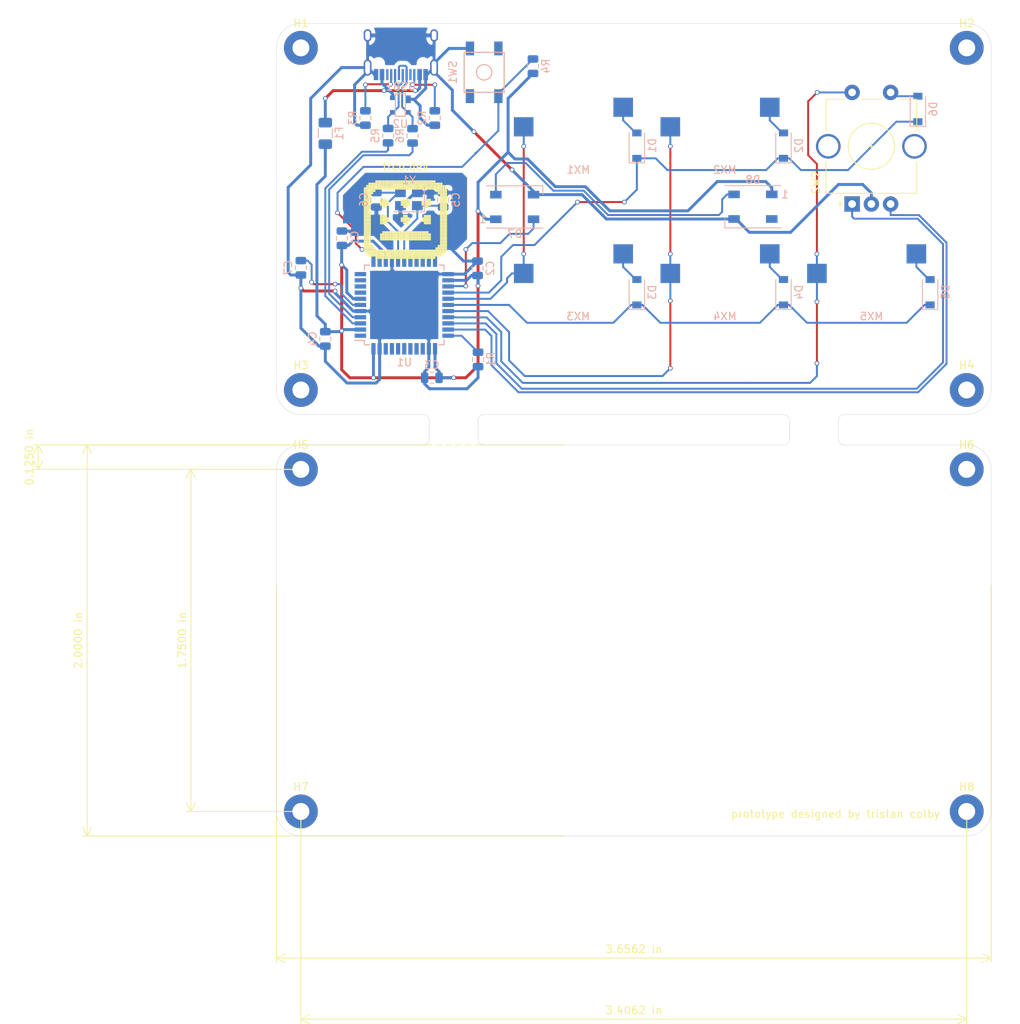
<source format=kicad_pcb>
(kicad_pcb (version 20171130) (host pcbnew "(5.1.4)-1")
  (layers (0 F.Cu signal) (31 B.Cu signal) (34 B.Paste user) (35 F.Paste user) (36 B.SilkS user) (37 F.SilkS user) (38 B.Mask user) (39 F.Mask user) (44 Edge.Cuts user))
  (net 0 "")
  (net 1 GND)
  (net 2 +5V)
  (net 3 "Net-(C5-Pad1)")
  (net 4 "Net-(C6-Pad1)")
  (net 5 "Net-(C7-Pad1)")
  (net 6 "Net-(D1-Pad2)")
  (net 7 ROW0)
  (net 8 "Net-(D2-Pad2)")
  (net 9 "Net-(D3-Pad2)")
  (net 10 "Net-(D4-Pad2)")
  (net 11 VCC)
  (net 12 COL0)
  (net 13 COL1)
  (net 14 "Net-(R1-Pad2)")
  (net 15 D+)
  (net 16 "Net-(R2-Pad1)")
  (net 17 D-)
  (net 18 "Net-(R3-Pad1)")
  (net 19 "Net-(R4-Pad2)")
  (net 20 "Net-(U1-Pad42)")
  (net 21 "Net-(U1-Pad41)")
  (net 22 "Net-(U1-Pad40)")
  (net 23 "Net-(U1-Pad39)")
  (net 24 "Net-(U1-Pad38)")
  (net 25 "Net-(U1-Pad37)")
  (net 26 "Net-(U1-Pad36)")
  (net 27 "Net-(U1-Pad22)")
  (net 28 "Net-(U1-Pad20)")
  (net 29 "Net-(U1-Pad19)")
  (net 30 "Net-(U1-Pad18)")
  (net 31 "Net-(U1-Pad11)")
  (net 32 "Net-(U1-Pad10)")
  (net 33 "Net-(U1-Pad9)")
  (net 34 "Net-(U1-Pad8)")
  (net 35 "Net-(U1-Pad1)")
  (net 36 "Net-(D5-Pad2)")
  (net 37 "Net-(D6-Pad2)")
  (net 38 "Net-(D7-Pad2)")
  (net 39 "Net-(D8-Pad2)")
  (net 40 COL2)
  (net 41 "Net-(R5-Pad1)")
  (net 42 "Net-(R6-Pad1)")
  (net 43 RGBLED)
  (net 44 "Net-(USB1-Pad3)")
  (net 45 "Net-(USB1-Pad9)")
  (net 46 ENC_A)
  (net 47 ENC_B)
  (net 48 ROW1)
  (net 49 "Net-(U1-Pad12)")
  (net 50 "Net-(U1-Pad21)")
  (net 51 "Net-(H1-Pad1)")
  (net 52 "Net-(H2-Pad1)")
  (net 53 "Net-(H3-Pad1)")
  (net 54 "Net-(H4-Pad1)")
  (module MountingHole:MountingHole_2.2mm_M2_Pad (layer F.Cu) (at 232.56875 166.6875)
    (fp_text reference H8 (at 0 -3.2) (layer F.SilkS))
    (fp_text value MountingHole_Pad)
    (pad 1 thru_hole circle (at 0 0) (size 4.4 4.4) (drill 2.2) (layers *.Cu *.Mask))
  )
  (module MountingHole:MountingHole_2.2mm_M2_Pad (layer F.Cu) (at 146.05 122.2375)
    (fp_text reference H5 (at 0 -3.2) (layer F.SilkS))
    (fp_text value MountingHole_Pad)
    (pad 1 thru_hole circle (at 0 0) (size 4.4 4.4) (drill 2.2) (layers *.Cu *.Mask))
  )
  (module MountingHole:MountingHole_2.2mm_M2_Pad (layer F.Cu) (at 146.05 166.6875)
    (fp_text reference H7 (at 0 -3.2) (layer F.SilkS))
    (fp_text value MountingHole_Pad)
    (pad 1 thru_hole circle (at 0 0) (size 4.4 4.4) (drill 2.2) (layers *.Cu *.Mask))
  )
  (module MountingHole:MountingHole_2.2mm_M2_Pad (layer F.Cu) (at 232.56875 122.2375)
    (fp_text reference H6 (at 0 -3.2 180) (layer F.SilkS))
    (fp_text value MountingHole_Pad)
    (pad 1 thru_hole circle (at 0 0) (size 4.4 4.4) (drill 2.2) (layers *.Cu *.Mask))
  )
  (module random-keyboard-parts:breakaway-mousebites (layer F.Cu) (at 212.71865 118.96725)
    (fp_text reference REF**)
    (fp_text value breakaway-mousebites)
    (pad "" np_thru_hole circle (at 0 -0.254) (size 0.7874 0.7874) (drill 0.7874) (layers *.Cu *.Mask))
    (pad "" np_thru_hole circle (at 1.27 -0.254) (size 0.7874 0.7874) (drill 0.7874) (layers *.Cu *.Mask))
    (pad "" np_thru_hole circle (at 2.54 -0.254) (size 0.7874 0.7874) (drill 0.7874) (layers *.Cu *.Mask))
    (pad "" np_thru_hole circle (at -1.27 -0.254) (size 0.7874 0.7874) (drill 0.7874) (layers *.Cu *.Mask))
    (pad "" np_thru_hole circle (at -2.54 -0.254) (size 0.7874 0.7874) (drill 0.7874) (layers *.Cu *.Mask))
  )
  (module random-keyboard-parts:breakaway-mousebites (layer F.Cu) (at 212.725 115.189 180)
    (fp_text reference REF**)
    (fp_text value breakaway-mousebites)
    (pad "" np_thru_hole circle (at 0 -0.254 180) (size 0.7874 0.7874) (drill 0.7874) (layers *.Cu *.Mask))
    (pad "" np_thru_hole circle (at 1.27 -0.254 180) (size 0.7874 0.7874) (drill 0.7874) (layers *.Cu *.Mask))
    (pad "" np_thru_hole circle (at 2.54 -0.254 180) (size 0.7874 0.7874) (drill 0.7874) (layers *.Cu *.Mask))
    (pad "" np_thru_hole circle (at -1.27 -0.254 180) (size 0.7874 0.7874) (drill 0.7874) (layers *.Cu *.Mask))
    (pad "" np_thru_hole circle (at -2.54 -0.254 180) (size 0.7874 0.7874) (drill 0.7874) (layers *.Cu *.Mask))
  )
  (module random-keyboard-parts:breakaway-mousebites (layer F.Cu) (at 165.8874 118.96725)
    (fp_text reference REF**)
    (fp_text value breakaway-mousebites)
    (pad "" np_thru_hole circle (at -2.54 -0.254) (size 0.7874 0.7874) (drill 0.7874) (layers *.Cu *.Mask))
    (pad "" np_thru_hole circle (at -1.27 -0.254) (size 0.7874 0.7874) (drill 0.7874) (layers *.Cu *.Mask))
    (pad "" np_thru_hole circle (at 2.54 -0.254) (size 0.7874 0.7874) (drill 0.7874) (layers *.Cu *.Mask))
    (pad "" np_thru_hole circle (at 1.27 -0.254) (size 0.7874 0.7874) (drill 0.7874) (layers *.Cu *.Mask))
    (pad "" np_thru_hole circle (at 0 -0.254) (size 0.7874 0.7874) (drill 0.7874) (layers *.Cu *.Mask))
  )
  (module random-keyboard-parts:breakaway-mousebites (layer F.Cu) (at 165.89375 115.189 180)
    (fp_text reference REF**)
    (fp_text value breakaway-mousebites)
    (pad "" np_thru_hole circle (at -2.54 -0.254 180) (size 0.7874 0.7874) (drill 0.7874) (layers *.Cu *.Mask))
    (pad "" np_thru_hole circle (at -1.27 -0.254 180) (size 0.7874 0.7874) (drill 0.7874) (layers *.Cu *.Mask))
    (pad "" np_thru_hole circle (at 2.54 -0.254 180) (size 0.7874 0.7874) (drill 0.7874) (layers *.Cu *.Mask))
    (pad "" np_thru_hole circle (at 1.27 -0.254 180) (size 0.7874 0.7874) (drill 0.7874) (layers *.Cu *.Mask))
    (pad "" np_thru_hole circle (at 0 -0.254 180) (size 0.7874 0.7874) (drill 0.7874) (layers *.Cu *.Mask))
  )
  (module Logos:LOGO_Smallest (layer F.Cu) (at 153.035 83.185)
    (fp_text reference LOGO hide)
    (fp_text value "" (at 0 0) (layer F.SilkS) (effects (font (size 1.27 1.27))))
  )
  (module MountingHole:MountingHole_2.2mm_M2_Pad (layer F.Cu) (at 232.56875 111.91875)
    (fp_text reference H4 (at 0 -3.2) (layer F.SilkS))
    (fp_text value MountingHole_Pad)
    (pad 1 thru_hole circle (at 0 0) (size 4.4 4.4) (drill 2.2) (layers *.Cu *.Mask) (net 54 "Net-(H4-Pad1)"))
  )
  (module MountingHole:MountingHole_2.2mm_M2_Pad (layer F.Cu) (at 146.05 111.91875)
    (fp_text reference H3 (at 0 -3.2) (layer F.SilkS))
    (fp_text value MountingHole_Pad)
    (pad 1 thru_hole circle (at 0 0) (size 4.4 4.4) (drill 2.2) (layers *.Cu *.Mask) (net 53 "Net-(H3-Pad1)"))
  )
  (module MountingHole:MountingHole_2.2mm_M2_Pad (layer F.Cu) (at 232.56875 67.46875)
    (fp_text reference H2 (at 0 -3.2) (layer F.SilkS))
    (fp_text value MountingHole_Pad)
    (pad 1 thru_hole circle (at 0 0) (size 4.4 4.4) (drill 2.2) (layers *.Cu *.Mask) (net 52 "Net-(H2-Pad1)"))
  )
  (module MountingHole:MountingHole_2.2mm_M2_Pad (layer F.Cu) (at 146.05 67.46875)
    (fp_text reference H1 (at 0 -3.2) (layer F.SilkS))
    (fp_text value MountingHole_Pad)
    (pad 1 thru_hole circle (at 0 0) (size 4.4 4.4) (drill 2.2) (layers *.Cu *.Mask) (net 51 "Net-(H1-Pad1)"))
  )
  (module MX_Only:MXOnly-1U-Hotswap (layer F.Cu) (at 220.18625 99.314)
    (fp_text reference MX5)
    (fp_text value MX-NoLED)
    (fp_text user %R (at 0 3.048) (layer B.SilkS) (effects (justify mirror)))
    (pad 2 smd rect (at 5.842 -5.08) (size 2.55 2.5) (layers B.Cu B.Paste B.Mask) (net 36 "Net-(D5-Pad2)"))
    (pad 1 smd rect (at -7.085 -2.54) (size 2.55 2.5) (layers B.Cu B.Paste B.Mask) (net 40 COL2))
    (pad "" np_thru_hole circle (at 5.08 0 48.0996) (size 1.75 1.75) (drill 1.75) (layers *.Cu *.Mask))
    (pad "" np_thru_hole circle (at -5.08 0 48.0996) (size 1.75 1.75) (drill 1.75) (layers *.Cu *.Mask))
    (pad "" np_thru_hole circle (at -3.81 -2.54) (size 3 3) (drill 3) (layers *.Cu *.Mask))
    (pad "" np_thru_hole circle (at 0 0) (size 3.9878 3.9878) (drill 3.9878) (layers *.Cu *.Mask))
    (pad "" np_thru_hole circle (at 2.54 -5.08) (size 3 3) (drill 3) (layers *.Cu *.Mask))
  )
  (module MX_Only:MXOnly-1U-Hotswap (layer F.Cu) (at 201.13625 99.314)
    (fp_text reference MX4)
    (fp_text value MX-NoLED)
    (fp_text user %R (at 0 3.048) (layer B.SilkS) (effects (justify mirror)))
    (pad 2 smd rect (at 5.842 -5.08) (size 2.55 2.5) (layers B.Cu B.Paste B.Mask) (net 10 "Net-(D4-Pad2)"))
    (pad 1 smd rect (at -7.085 -2.54) (size 2.55 2.5) (layers B.Cu B.Paste B.Mask) (net 13 COL1))
    (pad "" np_thru_hole circle (at 5.08 0 48.0996) (size 1.75 1.75) (drill 1.75) (layers *.Cu *.Mask))
    (pad "" np_thru_hole circle (at -5.08 0 48.0996) (size 1.75 1.75) (drill 1.75) (layers *.Cu *.Mask))
    (pad "" np_thru_hole circle (at -3.81 -2.54) (size 3 3) (drill 3) (layers *.Cu *.Mask))
    (pad "" np_thru_hole circle (at 0 0) (size 3.9878 3.9878) (drill 3.9878) (layers *.Cu *.Mask))
    (pad "" np_thru_hole circle (at 2.54 -5.08) (size 3 3) (drill 3) (layers *.Cu *.Mask))
  )
  (module MX_Only:MXOnly-1U-Hotswap (layer F.Cu) (at 182.08625 99.314)
    (fp_text reference MX3)
    (fp_text value MX-NoLED)
    (fp_text user %R (at 0 3.048) (layer B.SilkS) (effects (justify mirror)))
    (pad 2 smd rect (at 5.842 -5.08) (size 2.55 2.5) (layers B.Cu B.Paste B.Mask) (net 9 "Net-(D3-Pad2)"))
    (pad 1 smd rect (at -7.085 -2.54) (size 2.55 2.5) (layers B.Cu B.Paste B.Mask) (net 12 COL0))
    (pad "" np_thru_hole circle (at 5.08 0 48.0996) (size 1.75 1.75) (drill 1.75) (layers *.Cu *.Mask))
    (pad "" np_thru_hole circle (at -5.08 0 48.0996) (size 1.75 1.75) (drill 1.75) (layers *.Cu *.Mask))
    (pad "" np_thru_hole circle (at -3.81 -2.54) (size 3 3) (drill 3) (layers *.Cu *.Mask))
    (pad "" np_thru_hole circle (at 0 0) (size 3.9878 3.9878) (drill 3.9878) (layers *.Cu *.Mask))
    (pad "" np_thru_hole circle (at 2.54 -5.08) (size 3 3) (drill 3) (layers *.Cu *.Mask))
  )
  (module MX_Only:MXOnly-1U-Hotswap (layer F.Cu) (at 201.13625 80.264)
    (fp_text reference MX2)
    (fp_text value MX-NoLED)
    (fp_text user %R (at 0 3.048) (layer B.SilkS) (effects (justify mirror)))
    (pad 2 smd rect (at 5.842 -5.08) (size 2.55 2.5) (layers B.Cu B.Paste B.Mask) (net 8 "Net-(D2-Pad2)"))
    (pad 1 smd rect (at -7.085 -2.54) (size 2.55 2.5) (layers B.Cu B.Paste B.Mask) (net 13 COL1))
    (pad "" np_thru_hole circle (at 5.08 0 48.0996) (size 1.75 1.75) (drill 1.75) (layers *.Cu *.Mask))
    (pad "" np_thru_hole circle (at -5.08 0 48.0996) (size 1.75 1.75) (drill 1.75) (layers *.Cu *.Mask))
    (pad "" np_thru_hole circle (at -3.81 -2.54) (size 3 3) (drill 3) (layers *.Cu *.Mask))
    (pad "" np_thru_hole circle (at 0 0) (size 3.9878 3.9878) (drill 3.9878) (layers *.Cu *.Mask))
    (pad "" np_thru_hole circle (at 2.54 -5.08) (size 3 3) (drill 3) (layers *.Cu *.Mask))
  )
  (module MX_Only:MXOnly-1U-Hotswap (layer F.Cu) (at 182.08625 80.264)
    (fp_text reference MX1)
    (fp_text value MX-NoLED)
    (fp_text user %R (at 0 3.048) (layer B.SilkS) (effects (justify mirror)))
    (pad 2 smd rect (at 5.842 -5.08) (size 2.55 2.5) (layers B.Cu B.Paste B.Mask) (net 6 "Net-(D1-Pad2)"))
    (pad 1 smd rect (at -7.085 -2.54) (size 2.55 2.5) (layers B.Cu B.Paste B.Mask) (net 12 COL0))
    (pad "" np_thru_hole circle (at 5.08 0 48.0996) (size 1.75 1.75) (drill 1.75) (layers *.Cu *.Mask))
    (pad "" np_thru_hole circle (at -5.08 0 48.0996) (size 1.75 1.75) (drill 1.75) (layers *.Cu *.Mask))
    (pad "" np_thru_hole circle (at -3.81 -2.54) (size 3 3) (drill 3) (layers *.Cu *.Mask))
    (pad "" np_thru_hole circle (at 0 0) (size 3.9878 3.9878) (drill 3.9878) (layers *.Cu *.Mask))
    (pad "" np_thru_hole circle (at 2.54 -5.08) (size 3 3) (drill 3) (layers *.Cu *.Mask))
  )
  (module Rotary_Encoder:RotaryEncoder_Alps_EC11E-Switch_Vertical_H20mm_CircularMountingHoles (layer F.Cu) (at 217.678 87.757 90)
    (fp_text reference SW2 (at 2.8 -4.7 90) (layer F.SilkS))
    (fp_text value Rotary_Encoder_Switch)
    (pad A thru_hole rect (at 0 0 90) (size 2 2) (drill 1) (layers *.Cu *.Mask) (net 46 ENC_A))
    (pad C thru_hole circle (at 0 2.5 90) (size 2 2) (drill 1) (layers *.Cu *.Mask) (net 1 GND))
    (pad B thru_hole circle (at 0 5 90) (size 2 2) (drill 1) (layers *.Cu *.Mask) (net 47 ENC_B))
    (pad MP thru_hole circle (at 7.5 -3.1 90) (size 3.2 3.2) (drill 2.6) (layers *.Cu *.Mask))
    (pad MP thru_hole circle (at 7.5 8.1 90) (size 3.2 3.2) (drill 2.6) (layers *.Cu *.Mask))
    (pad S2 thru_hole circle (at 14.5 0 90) (size 2 2) (drill 1) (layers *.Cu *.Mask) (net 40 COL2))
    (pad S1 thru_hole circle (at 14.5 5 90) (size 2 2) (drill 1) (layers *.Cu *.Mask) (net 37 "Net-(D6-Pad2)"))
  )
  (module random-keyboard-parts:SOT143B (layer B.Cu) (at 158.97225 74.89825 180)
    (fp_text reference U2 (at 0 -2.45) (layer B.SilkS) (effects (justify mirror)))
    (fp_text value PRTR5V0U2X)
    (pad 1 smd rect (at -1 0.75 270) (size 1 0.7) (layers B.Cu B.Paste B.Mask) (net 1 GND))
    (pad 4 smd rect (at 1 0.95 270) (size 0.6 0.7) (layers B.Cu B.Paste B.Mask) (net 11 VCC))
    (pad 2 smd rect (at -1 -0.95 270) (size 0.6 0.7) (layers B.Cu B.Paste B.Mask) (net 42 "Net-(R6-Pad1)"))
    (pad 3 smd rect (at 1 -0.95 270) (size 0.6 0.7) (layers B.Cu B.Paste B.Mask) (net 41 "Net-(R5-Pad1)"))
  )
  (module Type-C:HRO-TYPE-C-31-M-12-Assembly (layer B.Cu) (at 159.03575 63.246)
    (fp_text reference USB1 (at 0 9.25) (layer B.SilkS) (effects (justify mirror)))
    (fp_text value HRO-TYPE-C-31-M-12)
    (pad 12 smd rect (at 3.225 7.695) (size 0.6 1.45) (layers B.Cu B.Paste B.Mask) (net 1 GND))
    (pad 1 smd rect (at -3.225 7.695) (size 0.6 1.45) (layers B.Cu B.Paste B.Mask) (net 1 GND))
    (pad 11 smd rect (at 2.45 7.695) (size 0.6 1.45) (layers B.Cu B.Paste B.Mask) (net 11 VCC))
    (pad 2 smd rect (at -2.45 7.695) (size 0.6 1.45) (layers B.Cu B.Paste B.Mask) (net 11 VCC))
    (pad 3 smd rect (at -1.75 7.695) (size 0.3 1.45) (layers B.Cu B.Paste B.Mask) (net 44 "Net-(USB1-Pad3)"))
    (pad 10 smd rect (at 1.75 7.695) (size 0.3 1.45) (layers B.Cu B.Paste B.Mask) (net 16 "Net-(R2-Pad1)"))
    (pad 4 smd rect (at -1.25 7.695) (size 0.3 1.45) (layers B.Cu B.Paste B.Mask) (net 18 "Net-(R3-Pad1)"))
    (pad 9 smd rect (at 1.25 7.695) (size 0.3 1.45) (layers B.Cu B.Paste B.Mask) (net 45 "Net-(USB1-Pad9)"))
    (pad 5 smd rect (at -0.75 7.695) (size 0.3 1.45) (layers B.Cu B.Paste B.Mask) (net 41 "Net-(R5-Pad1)"))
    (pad 8 smd rect (at 0.75 7.695) (size 0.3 1.45) (layers B.Cu B.Paste B.Mask) (net 42 "Net-(R6-Pad1)"))
    (pad 7 smd rect (at 0.25 7.695) (size 0.3 1.45) (layers B.Cu B.Paste B.Mask) (net 41 "Net-(R5-Pad1)"))
    (pad 6 smd rect (at -0.25 7.695) (size 0.3 1.45) (layers B.Cu B.Paste B.Mask) (net 42 "Net-(R6-Pad1)"))
    (pad "" np_thru_hole circle (at 2.89 6.25) (size 0.65 0.65) (drill 0.65) (layers *.Cu *.Mask))
    (pad "" np_thru_hole circle (at -2.89 6.25) (size 0.65 0.65) (drill 0.65) (layers *.Cu *.Mask))
    (pad 13 thru_hole oval (at -4.32 6.78) (size 1 2.1) (drill oval 0.6 1.7) (layers *.Cu *.Mask) (net 1 GND))
    (pad 13 thru_hole oval (at 4.32 6.78) (size 1 2.1) (drill oval 0.6 1.7) (layers *.Cu *.Mask) (net 1 GND))
    (pad 13 thru_hole oval (at -4.32 2.6) (size 1 1.6) (drill oval 0.6 1.2) (layers *.Cu *.Mask) (net 1 GND))
    (pad 13 thru_hole oval (at 4.32 2.6) (size 1 1.6) (drill oval 0.6 1.2) (layers *.Cu *.Mask) (net 1 GND))
  )
  (module Resistor_SMD:R_0805_2012Metric (layer B.Cu) (at 160.55975 78.89875 270)
    (fp_text reference R6 (at 0 1.65 270) (layer B.SilkS) (effects (justify mirror)))
    (fp_text value 22)
    (pad 2 smd roundrect (at 0.9375 0 270) (size 0.975 1.4) (layers B.Cu B.Paste B.Mask) (net 15 D+))
    (pad 1 smd roundrect (at -0.9375 0 270) (size 0.975 1.4) (layers B.Cu B.Paste B.Mask) (net 42 "Net-(R6-Pad1)"))
  )
  (module Resistor_SMD:R_0805_2012Metric (layer B.Cu) (at 157.38475 78.87375 270)
    (fp_text reference R5 (at 0 1.65 90) (layer B.SilkS) (effects (justify mirror)))
    (fp_text value 22)
    (pad 2 smd roundrect (at 0.9375 0 270) (size 0.975 1.4) (layers B.Cu B.Paste B.Mask) (net 17 D-))
    (pad 1 smd roundrect (at -0.9375 0 270) (size 0.975 1.4) (layers B.Cu B.Paste B.Mask) (net 41 "Net-(R5-Pad1)"))
  )
  (module Resistor_SMD:R_0805_2012Metric (layer B.Cu) (at 154.432 76.581 270)
    (fp_text reference R3 (at 0 1.65 270) (layer B.SilkS) (effects (justify mirror)))
    (fp_text value 5.1k)
    (pad 2 smd roundrect (at 0.9375 0 270) (size 0.975 1.4) (layers B.Cu B.Paste B.Mask) (net 1 GND))
    (pad 1 smd roundrect (at -0.9375 0 270) (size 0.975 1.4) (layers B.Cu B.Paste B.Mask) (net 18 "Net-(R3-Pad1)"))
  )
  (module Resistor_SMD:R_0805_2012Metric (layer B.Cu) (at 163.449 76.581 270)
    (fp_text reference R2 (at 0 1.65 90) (layer B.SilkS) (effects (justify mirror)))
    (fp_text value 5.1k)
    (pad 2 smd roundrect (at 0.9375 0 270) (size 0.975 1.4) (layers B.Cu B.Paste B.Mask) (net 1 GND))
    (pad 1 smd roundrect (at -0.9375 0 270) (size 0.975 1.4) (layers B.Cu B.Paste B.Mask) (net 16 "Net-(R2-Pad1)"))
  )
  (module Fuse:Fuse_1206_3216Metric (layer B.Cu) (at 149.225 78.58125 90)
    (fp_text reference F1 (at 0 1.82 90) (layer B.SilkS) (effects (justify mirror)))
    (fp_text value 500mA)
    (pad 2 smd roundrect (at 1.4 0 90) (size 1.25 1.75) (layers B.Cu B.Paste B.Mask) (roundrect_rratio 0.2) (net 11 VCC))
    (pad 1 smd roundrect (at -1.4 0 90) (size 1.25 1.75) (layers B.Cu B.Paste B.Mask) (roundrect_rratio 0.2) (net 2 +5V))
  )
  (module LED_SMD:LED_WS2812B_PLCC4_5.0x5.0mm_P3.2mm (layer B.Cu) (at 204.7875 88.10625 180)
    (fp_text reference D8 (at 0 3.5) (layer B.SilkS) (effects (justify mirror)))
    (fp_text value WS2812B)
    (fp_text user 1 (at -4.15 1.6) (layer B.SilkS) (effects (justify mirror)))
    (pad 1 smd rect (at -2.45 1.6 180) (size 1.5 1) (layers B.Cu B.Paste B.Mask) (net 2 +5V))
    (pad 2 smd rect (at -2.45 -1.6 180) (size 1.5 1) (layers B.Cu B.Paste B.Mask) (net 39 "Net-(D8-Pad2)"))
    (pad 4 smd rect (at 2.45 1.6 180) (size 1.5 1) (layers B.Cu B.Paste B.Mask) (net 38 "Net-(D7-Pad2)"))
    (pad 3 smd rect (at 2.45 -1.6 180) (size 1.5 1) (layers B.Cu B.Paste B.Mask) (net 1 GND))
  )
  (module LED_SMD:LED_WS2812B_PLCC4_5.0x5.0mm_P3.2mm (layer B.Cu) (at 173.83125 88.138)
    (fp_text reference D7 (at 0 3.5 180) (layer B.SilkS) (effects (justify mirror)))
    (fp_text value WS2812B)
    (fp_text user 1 (at -4.15 1.6) (layer B.SilkS) (effects (justify mirror)))
    (pad 1 smd rect (at -2.45 1.6) (size 1.5 1) (layers B.Cu B.Paste B.Mask) (net 2 +5V))
    (pad 2 smd rect (at -2.45 -1.6) (size 1.5 1) (layers B.Cu B.Paste B.Mask) (net 38 "Net-(D7-Pad2)"))
    (pad 4 smd rect (at 2.45 1.6) (size 1.5 1) (layers B.Cu B.Paste B.Mask) (net 43 RGBLED))
    (pad 3 smd rect (at 2.45 -1.6) (size 1.5 1) (layers B.Cu B.Paste B.Mask) (net 1 GND))
  )
  (module Diode_SMD:D_SOD-123 (layer B.Cu) (at 227.80625 99.21875 90)
    (fp_text reference D5 (at 0 2 90) (layer B.SilkS) (effects (justify mirror)))
    (fp_text value SOD-123)
    (pad 2 smd rect (at 1.65 0 90) (size 0.9 1.2) (layers B.Cu B.Paste B.Mask) (net 36 "Net-(D5-Pad2)"))
    (pad 1 smd rect (at -1.65 0 90) (size 0.9 1.2) (layers B.Cu B.Paste B.Mask) (net 48 ROW1))
  )
  (module Diode_SMD:D_SOD-123 (layer B.Cu) (at 226.21875 75.40625 90)
    (fp_text reference D6 (at 0 2 90) (layer B.SilkS) (effects (justify mirror)))
    (fp_text value SOD-123)
    (pad 2 smd rect (at 1.65 0 90) (size 0.9 1.2) (layers B.Cu B.Paste B.Mask) (net 37 "Net-(D6-Pad2)"))
    (pad 1 smd rect (at -1.65 0 90) (size 0.9 1.2) (layers B.Cu B.Paste B.Mask) (net 7 ROW0))
  )
  (module Crystal:Crystal_SMD_3225-4Pin_3.2x2.5mm (layer B.Cu) (at 160.0835 87.122 180)
    (fp_text reference Y1 (at 0 2.45 180) (layer B.SilkS) (effects (justify mirror)))
    (fp_text value 16MHz)
    (pad 4 smd rect (at -1.1 0.85 180) (size 1.4 1.2) (layers B.Cu B.Paste B.Mask) (net 1 GND))
    (pad 3 smd rect (at 1.1 0.85 180) (size 1.4 1.2) (layers B.Cu B.Paste B.Mask) (net 4 "Net-(C6-Pad1)"))
    (pad 2 smd rect (at 1.1 -0.85 180) (size 1.4 1.2) (layers B.Cu B.Paste B.Mask) (net 1 GND))
    (pad 1 smd rect (at -1.1 -0.85 180) (size 1.4 1.2) (layers B.Cu B.Paste B.Mask) (net 3 "Net-(C5-Pad1)"))
  )
  (module Package_QFP:TQFP-44_10x10mm_P0.8mm (layer B.Cu) (at 159.48025 100.86975)
    (fp_text reference U1 (at 0 7.45) (layer B.SilkS) (effects (justify mirror)))
    (fp_text value ATmega32U4-AU)
    (pad 44 smd rect (at -4 5.7 270) (size 1.5 0.55) (layers B.Cu B.Paste B.Mask) (net 2 +5V))
    (pad 43 smd rect (at -3.2 5.7 270) (size 1.5 0.55) (layers B.Cu B.Paste B.Mask) (net 1 GND))
    (pad 42 smd rect (at -2.4 5.7 270) (size 1.5 0.55) (layers B.Cu B.Paste B.Mask) (net 20 "Net-(U1-Pad42)"))
    (pad 41 smd rect (at -1.6 5.7 270) (size 1.5 0.55) (layers B.Cu B.Paste B.Mask) (net 21 "Net-(U1-Pad41)"))
    (pad 40 smd rect (at -0.8 5.7 270) (size 1.5 0.55) (layers B.Cu B.Paste B.Mask) (net 22 "Net-(U1-Pad40)"))
    (pad 39 smd rect (at 0 5.7 270) (size 1.5 0.55) (layers B.Cu B.Paste B.Mask) (net 23 "Net-(U1-Pad39)"))
    (pad 38 smd rect (at 0.8 5.7 270) (size 1.5 0.55) (layers B.Cu B.Paste B.Mask) (net 24 "Net-(U1-Pad38)"))
    (pad 37 smd rect (at 1.6 5.7 270) (size 1.5 0.55) (layers B.Cu B.Paste B.Mask) (net 25 "Net-(U1-Pad37)"))
    (pad 36 smd rect (at 2.4 5.7 270) (size 1.5 0.55) (layers B.Cu B.Paste B.Mask) (net 26 "Net-(U1-Pad36)"))
    (pad 35 smd rect (at 3.2 5.7 270) (size 1.5 0.55) (layers B.Cu B.Paste B.Mask) (net 1 GND))
    (pad 34 smd rect (at 4 5.7 270) (size 1.5 0.55) (layers B.Cu B.Paste B.Mask) (net 2 +5V))
    (pad 33 smd rect (at 5.7 4) (size 1.5 0.55) (layers B.Cu B.Paste B.Mask) (net 14 "Net-(R1-Pad2)"))
    (pad 32 smd rect (at 5.7 3.2) (size 1.5 0.55) (layers B.Cu B.Paste B.Mask) (net 47 ENC_B))
    (pad 31 smd rect (at 5.7 2.4) (size 1.5 0.55) (layers B.Cu B.Paste B.Mask) (net 46 ENC_A))
    (pad 30 smd rect (at 5.7 1.6) (size 1.5 0.55) (layers B.Cu B.Paste B.Mask) (net 40 COL2))
    (pad 29 smd rect (at 5.7 0.8) (size 1.5 0.55) (layers B.Cu B.Paste B.Mask) (net 13 COL1))
    (pad 28 smd rect (at 5.7 0) (size 1.5 0.55) (layers B.Cu B.Paste B.Mask) (net 48 ROW1))
    (pad 27 smd rect (at 5.7 -0.8) (size 1.5 0.55) (layers B.Cu B.Paste B.Mask) (net 12 COL0))
    (pad 26 smd rect (at 5.7 -1.6) (size 1.5 0.55) (layers B.Cu B.Paste B.Mask) (net 7 ROW0))
    (pad 25 smd rect (at 5.7 -2.4) (size 1.5 0.55) (layers B.Cu B.Paste B.Mask) (net 43 RGBLED))
    (pad 24 smd rect (at 5.7 -3.2) (size 1.5 0.55) (layers B.Cu B.Paste B.Mask) (net 2 +5V))
    (pad 23 smd rect (at 5.7 -4) (size 1.5 0.55) (layers B.Cu B.Paste B.Mask) (net 1 GND))
    (pad 22 smd rect (at 4 -5.7 270) (size 1.5 0.55) (layers B.Cu B.Paste B.Mask) (net 27 "Net-(U1-Pad22)"))
    (pad 21 smd rect (at 3.2 -5.7 270) (size 1.5 0.55) (layers B.Cu B.Paste B.Mask) (net 50 "Net-(U1-Pad21)"))
    (pad 20 smd rect (at 2.4 -5.7 270) (size 1.5 0.55) (layers B.Cu B.Paste B.Mask) (net 28 "Net-(U1-Pad20)"))
    (pad 19 smd rect (at 1.6 -5.7 270) (size 1.5 0.55) (layers B.Cu B.Paste B.Mask) (net 29 "Net-(U1-Pad19)"))
    (pad 18 smd rect (at 0.8 -5.7 270) (size 1.5 0.55) (layers B.Cu B.Paste B.Mask) (net 30 "Net-(U1-Pad18)"))
    (pad 17 smd rect (at 0 -5.7 270) (size 1.5 0.55) (layers B.Cu B.Paste B.Mask) (net 3 "Net-(C5-Pad1)"))
    (pad 16 smd rect (at -0.8 -5.7 270) (size 1.5 0.55) (layers B.Cu B.Paste B.Mask) (net 4 "Net-(C6-Pad1)"))
    (pad 15 smd rect (at -1.6 -5.7 270) (size 1.5 0.55) (layers B.Cu B.Paste B.Mask) (net 1 GND))
    (pad 14 smd rect (at -2.4 -5.7 270) (size 1.5 0.55) (layers B.Cu B.Paste B.Mask) (net 2 +5V))
    (pad 13 smd rect (at -3.2 -5.7 270) (size 1.5 0.55) (layers B.Cu B.Paste B.Mask) (net 19 "Net-(R4-Pad2)"))
    (pad 12 smd rect (at -4 -5.7 270) (size 1.5 0.55) (layers B.Cu B.Paste B.Mask) (net 49 "Net-(U1-Pad12)"))
    (pad 11 smd rect (at -5.7 -4) (size 1.5 0.55) (layers B.Cu B.Paste B.Mask) (net 31 "Net-(U1-Pad11)"))
    (pad 10 smd rect (at -5.7 -3.2) (size 1.5 0.55) (layers B.Cu B.Paste B.Mask) (net 32 "Net-(U1-Pad10)"))
    (pad 9 smd rect (at -5.7 -2.4) (size 1.5 0.55) (layers B.Cu B.Paste B.Mask) (net 33 "Net-(U1-Pad9)"))
    (pad 8 smd rect (at -5.7 -1.6) (size 1.5 0.55) (layers B.Cu B.Paste B.Mask) (net 34 "Net-(U1-Pad8)"))
    (pad 7 smd rect (at -5.7 -0.8) (size 1.5 0.55) (layers B.Cu B.Paste B.Mask) (net 2 +5V))
    (pad 6 smd rect (at -5.7 0) (size 1.5 0.55) (layers B.Cu B.Paste B.Mask) (net 5 "Net-(C7-Pad1)"))
    (pad 5 smd rect (at -5.7 0.8) (size 1.5 0.55) (layers B.Cu B.Paste B.Mask) (net 1 GND))
    (pad 4 smd rect (at -5.7 1.6) (size 1.5 0.55) (layers B.Cu B.Paste B.Mask) (net 15 D+))
    (pad 3 smd rect (at -5.7 2.4) (size 1.5 0.55) (layers B.Cu B.Paste B.Mask) (net 17 D-))
    (pad 2 smd rect (at -5.7 3.2) (size 1.5 0.55) (layers B.Cu B.Paste B.Mask) (net 2 +5V))
    (pad 1 smd rect (at -5.7 4) (size 1.5 0.55) (layers B.Cu B.Paste B.Mask) (net 35 "Net-(U1-Pad1)"))
  )
  (module random-keyboard-parts:SKQG-1155865 (layer B.Cu) (at 169.8625 70.64375 90)
    (fp_text reference SW1 (at 0 -4.064 90) (layer B.SilkS) (effects (justify mirror)))
    (fp_text value SW_Push)
    (pad 4 smd rect (at -3.1 -1.85 90) (size 1.8 1.1) (layers B.Cu B.Paste B.Mask))
    (pad 3 smd rect (at 3.1 1.85 90) (size 1.8 1.1) (layers B.Cu B.Paste B.Mask))
    (pad 2 smd rect (at -3.1 1.85 90) (size 1.8 1.1) (layers B.Cu B.Paste B.Mask) (net 19 "Net-(R4-Pad2)"))
    (pad 1 smd rect (at 3.1 -1.85 90) (size 1.8 1.1) (layers B.Cu B.Paste B.Mask) (net 1 GND))
  )
  (module Resistor_SMD:R_0805_2012Metric (layer B.Cu) (at 176.2125 69.85 90)
    (fp_text reference R4 (at 0 1.65 90) (layer B.SilkS) (effects (justify mirror)))
    (fp_text value 10k)
    (pad 2 smd roundrect (at 0.9375 0 90) (size 0.975 1.4) (layers B.Cu B.Paste B.Mask) (net 19 "Net-(R4-Pad2)"))
    (pad 1 smd roundrect (at -0.9375 0 90) (size 0.975 1.4) (layers B.Cu B.Paste B.Mask) (net 2 +5V))
  )
  (module Resistor_SMD:R_0805_2012Metric (layer B.Cu) (at 169.06875 107.95 90)
    (fp_text reference R1 (at 0 1.65 270) (layer B.SilkS) (effects (justify mirror)))
    (fp_text value 10k)
    (pad 2 smd roundrect (at 0.9375 0 90) (size 0.975 1.4) (layers B.Cu B.Paste B.Mask) (net 14 "Net-(R1-Pad2)"))
    (pad 1 smd roundrect (at -0.9375 0 90) (size 0.975 1.4) (layers B.Cu B.Paste B.Mask) (net 1 GND))
  )
  (module Diode_SMD:D_SOD-123 (layer B.Cu) (at 208.75625 99.21875 90)
    (fp_text reference D4 (at 0 2 270) (layer B.SilkS) (effects (justify mirror)))
    (fp_text value SOD-123)
    (pad 2 smd rect (at 1.65 0 90) (size 0.9 1.2) (layers B.Cu B.Paste B.Mask) (net 10 "Net-(D4-Pad2)"))
    (pad 1 smd rect (at -1.65 0 90) (size 0.9 1.2) (layers B.Cu B.Paste B.Mask) (net 48 ROW1))
  )
  (module Diode_SMD:D_SOD-123 (layer B.Cu) (at 189.70625 99.21875 90)
    (fp_text reference D3 (at 0 2 270) (layer B.SilkS) (effects (justify mirror)))
    (fp_text value SOD-123)
    (pad 2 smd rect (at 1.65 0 90) (size 0.9 1.2) (layers B.Cu B.Paste B.Mask) (net 9 "Net-(D3-Pad2)"))
    (pad 1 smd rect (at -1.65 0 90) (size 0.9 1.2) (layers B.Cu B.Paste B.Mask) (net 48 ROW1))
  )
  (module Diode_SMD:D_SOD-123 (layer B.Cu) (at 208.75625 80.16875 90)
    (fp_text reference D2 (at 0 2 270) (layer B.SilkS) (effects (justify mirror)))
    (fp_text value SOD-123)
    (pad 2 smd rect (at 1.65 0 90) (size 0.9 1.2) (layers B.Cu B.Paste B.Mask) (net 8 "Net-(D2-Pad2)"))
    (pad 1 smd rect (at -1.65 0 90) (size 0.9 1.2) (layers B.Cu B.Paste B.Mask) (net 7 ROW0))
  )
  (module Diode_SMD:D_SOD-123 (layer B.Cu) (at 189.70625 80.16875 90)
    (fp_text reference D1 (at 0 2 270) (layer B.SilkS) (effects (justify mirror)))
    (fp_text value SOD-123)
    (pad 2 smd rect (at 1.65 0 90) (size 0.9 1.2) (layers B.Cu B.Paste B.Mask) (net 6 "Net-(D1-Pad2)"))
    (pad 1 smd rect (at -1.65 0 90) (size 0.9 1.2) (layers B.Cu B.Paste B.Mask) (net 7 ROW0))
  )
  (module Capacitor_SMD:C_0805_2012Metric (layer B.Cu) (at 146.05 96.04375 270)
    (fp_text reference C7 (at 0 1.65 270) (layer B.SilkS) (effects (justify mirror)))
    (fp_text value 1uF)
    (pad 2 smd roundrect (at 0.9375 0 270) (size 0.975 1.4) (layers B.Cu B.Paste B.Mask) (net 1 GND))
    (pad 1 smd roundrect (at -0.9375 0 270) (size 0.975 1.4) (layers B.Cu B.Paste B.Mask) (net 5 "Net-(C7-Pad1)"))
  )
  (module Capacitor_SMD:C_0805_2012Metric (layer B.Cu) (at 155.86075 87.21725 270)
    (fp_text reference C6 (at 0 1.65 90) (layer B.SilkS) (effects (justify mirror)))
    (fp_text value 22pF)
    (pad 2 smd roundrect (at 0.9375 0 270) (size 0.975 1.4) (layers B.Cu B.Paste B.Mask) (net 1 GND))
    (pad 1 smd roundrect (at -0.9375 0 270) (size 0.975 1.4) (layers B.Cu B.Paste B.Mask) (net 4 "Net-(C6-Pad1)"))
  )
  (module Capacitor_SMD:C_0805_2012Metric (layer B.Cu) (at 164.5285 87.21725 90)
    (fp_text reference C5 (at 0 1.65 90) (layer B.SilkS) (effects (justify mirror)))
    (fp_text value 22pF)
    (pad 2 smd roundrect (at 0.9375 0 90) (size 0.975 1.4) (layers B.Cu B.Paste B.Mask) (net 1 GND))
    (pad 1 smd roundrect (at -0.9375 0 90) (size 0.975 1.4) (layers B.Cu B.Paste B.Mask) (net 3 "Net-(C5-Pad1)"))
  )
  (module Capacitor_SMD:C_0805_2012Metric (layer B.Cu) (at 149.225 105.283 270)
    (fp_text reference C4 (at 0 1.65 90) (layer B.SilkS) (effects (justify mirror)))
    (fp_text value 10uF)
    (pad 2 smd roundrect (at 0.9375 0 270) (size 0.975 1.4) (layers B.Cu B.Paste B.Mask) (net 1 GND))
    (pad 1 smd roundrect (at -0.9375 0 270) (size 0.975 1.4) (layers B.Cu B.Paste B.Mask) (net 2 +5V))
  )
  (module Capacitor_SMD:C_0805_2012Metric (layer B.Cu) (at 163.068 110.33125 180)
    (fp_text reference C3 (at 0 1.65) (layer B.SilkS) (effects (justify mirror)))
    (fp_text value 0.1uF)
    (pad 2 smd roundrect (at 0.9375 0 180) (size 0.975 1.4) (layers B.Cu B.Paste B.Mask) (net 1 GND))
    (pad 1 smd roundrect (at -0.9375 0 180) (size 0.975 1.4) (layers B.Cu B.Paste B.Mask) (net 2 +5V))
  )
  (module Capacitor_SMD:C_0805_2012Metric (layer B.Cu) (at 169.00525 96.10725 90)
    (fp_text reference C2 (at 0 1.65 270) (layer B.SilkS) (effects (justify mirror)))
    (fp_text value 0.1uF)
    (pad 2 smd roundrect (at 0.9375 0 90) (size 0.975 1.4) (layers B.Cu B.Paste B.Mask) (net 1 GND))
    (pad 1 smd roundrect (at -0.9375 0 90) (size 0.975 1.4) (layers B.Cu B.Paste B.Mask) (net 2 +5V))
  )
  (module Capacitor_SMD:C_0805_2012Metric (layer B.Cu) (at 151.384 92.202 90)
    (fp_text reference C1 (at 0 1.65 90) (layer B.SilkS) (effects (justify mirror)))
    (fp_text value 0.1uF)
    (pad 2 smd roundrect (at 0.9375 0 90) (size 0.975 1.4) (layers B.Cu B.Paste B.Mask) (net 1 GND))
    (pad 1 smd roundrect (at -0.9375 0 90) (size 0.975 1.4) (layers B.Cu B.Paste B.Mask) (net 2 +5V))
  )
  (dimension 3.175 (width 0.12) (layer F.SilkS) (gr_text "3.175 mm" (at 110.64875 120.65 90) (layer F.SilkS) (effects (font (size 1 1) (thickness 0.15)))) (feature1 (pts (xy 146.05 119.0625) (xy 111.332329 119.0625))) (feature2 (pts (xy 146.05 122.2375) (xy 111.332329 122.2375))) (crossbar (pts (xy 111.91875 122.2375) (xy 111.91875 119.0625))) (arrow1a (pts (xy 111.91875 119.0625) (xy 112.505171 120.189004))) (arrow1b (pts (xy 111.91875 119.0625) (xy 111.332329 120.189004))) (arrow2a (pts (xy 111.91875 122.2375) (xy 112.505171 121.110996))) (arrow2b (pts (xy 111.91875 122.2375) (xy 111.332329 121.110996))))
  (dimension 44.45 (width 0.12) (layer F.SilkS) (gr_text "44.450 mm" (at 130.4925 144.4625 270) (layer F.SilkS) (effects (font (size 1 1) (thickness 0.15)))) (feature1 (pts (xy 146.05 166.6875) (xy 131.176079 166.6875))) (feature2 (pts (xy 146.05 122.2375) (xy 131.176079 122.2375))) (crossbar (pts (xy 131.7625 122.2375) (xy 131.7625 166.6875))) (arrow1a (pts (xy 131.7625 166.6875) (xy 131.176079 165.560996))) (arrow1b (pts (xy 131.7625 166.6875) (xy 132.348921 165.560996))) (arrow2a (pts (xy 131.7625 122.2375) (xy 131.176079 123.364004))) (arrow2b (pts (xy 131.7625 122.2375) (xy 132.348921 123.364004))))
  (dimension 86.51875 (width 0.12) (layer F.SilkS) (gr_text "86.519 mm" (at 189.309375 194.945) (layer F.SilkS) (effects (font (size 1 1) (thickness 0.15)))) (feature1 (pts (xy 232.56875 166.6875) (xy 232.56875 194.261421))) (feature2 (pts (xy 146.05 166.6875) (xy 146.05 194.261421))) (crossbar (pts (xy 146.05 193.675) (xy 232.56875 193.675))) (arrow1a (pts (xy 232.56875 193.675) (xy 231.442246 194.261421))) (arrow1b (pts (xy 232.56875 193.675) (xy 231.442246 193.088579))) (arrow2a (pts (xy 146.05 193.675) (xy 147.176504 194.261421))) (arrow2b (pts (xy 146.05 193.675) (xy 147.176504 193.088579))))
  (dimension 50.8 (width 0.12) (layer F.SilkS) (gr_text "50.800 mm" (at 116.99875 144.4625 90) (layer F.SilkS) (effects (font (size 1 1) (thickness 0.15)))) (feature1 (pts (xy 180.18125 119.0625) (xy 117.682329 119.0625))) (feature2 (pts (xy 180.18125 169.8625) (xy 117.682329 169.8625))) (crossbar (pts (xy 118.26875 169.8625) (xy 118.26875 119.0625))) (arrow1a (pts (xy 118.26875 119.0625) (xy 118.855171 120.189004))) (arrow1b (pts (xy 118.26875 119.0625) (xy 117.682329 120.189004))) (arrow2a (pts (xy 118.26875 169.8625) (xy 118.855171 168.735996))) (arrow2b (pts (xy 118.26875 169.8625) (xy 117.682329 168.735996))))
  (dimension 92.86875 (width 0.12) (layer F.SilkS) (gr_text "92.869 mm" (at 189.309375 187.0075) (layer F.SilkS) (effects (font (size 1 1) (thickness 0.15)))) (feature1 (pts (xy 235.74375 137.31875) (xy 235.74375 186.323921))) (feature2 (pts (xy 142.875 137.31875) (xy 142.875 186.323921))) (crossbar (pts (xy 142.875 185.7375) (xy 235.74375 185.7375))) (arrow1a (pts (xy 235.74375 185.7375) (xy 234.617246 186.323921))) (arrow1b (pts (xy 235.74375 185.7375) (xy 234.617246 185.151079))) (arrow2a (pts (xy 142.875 185.7375) (xy 144.001504 186.323921))) (arrow2b (pts (xy 142.875 185.7375) (xy 144.001504 185.151079))))
  (gr_line (start 161.925 115.09375) (end 146.05 115.09375) (layer Edge.Cuts) (width 0.05))
  (gr_line (start 216.69375 115.09375) (end 232.56875 115.09375) (layer Edge.Cuts) (width 0.05))
  (gr_line (start 169.8625 115.09375) (end 208.75625 115.09375) (layer Edge.Cuts) (width 0.05))
  (gr_line (start 216.69375 119.0625) (end 232.56875 119.0625) (layer Edge.Cuts) (width 0.05))
  (gr_line (start 169.8625 119.0625) (end 208.75625 119.0625) (layer Edge.Cuts) (width 0.05))
  (gr_line (start 146.05 119.0625) (end 161.925 119.0625) (layer Edge.Cuts) (width 0.05))
  (gr_line (start 215.9 115.8875) (end 215.9 118.26875) (layer Edge.Cuts) (width 0.05))
  (gr_line (start 209.55 115.8875) (end 209.55 118.26875) (layer Edge.Cuts) (width 0.05))
  (gr_line (start 162.71875 115.8875) (end 162.71875 118.26875) (layer Edge.Cuts) (width 0.05))
  (gr_line (start 169.06875 115.8875) (end 169.06875 118.26875) (layer Edge.Cuts) (width 0.05))
  (gr_text "prototype designed by tristan colby" (at 215.519 167.005) (layer F.SilkS) (effects (font (size 1 1))))
  (gr_arc (start 216.69375 115.8875) (end 216.69375 115.09375) (angle -90) (layer Edge.Cuts) (width 0.05))
  (gr_arc (start 208.75625 115.8875) (end 209.55 115.8875) (angle -90) (layer Edge.Cuts) (width 0.05))
  (gr_arc (start 208.75625 118.26875) (end 208.75625 119.0625) (angle -90) (layer Edge.Cuts) (width 0.05))
  (gr_arc (start 216.69375 118.26875) (end 215.9 118.26875) (angle -90) (layer Edge.Cuts) (width 0.05))
  (gr_arc (start 161.925 115.8875) (end 162.71875 115.8875) (angle -90) (layer Edge.Cuts) (width 0.05))
  (gr_arc (start 169.8625 115.8875) (end 169.8625 115.09375) (angle -90) (layer Edge.Cuts) (width 0.05))
  (gr_arc (start 161.925 118.26875) (end 161.925 119.0625) (angle -90) (layer Edge.Cuts) (width 0.05))
  (gr_arc (start 169.8625 118.26875) (end 169.06875 118.26875) (angle -90) (layer Edge.Cuts) (width 0.05))
  (gr_line (start 142.875 122.2375) (end 142.875 166.6875) (layer Edge.Cuts) (width 0.05))
  (gr_arc (start 146.05 166.6875) (end 142.875 166.6875) (angle -90) (layer Edge.Cuts) (width 0.05))
  (gr_arc (start 232.56875 122.2375) (end 235.74375 122.2375) (angle -90) (layer Edge.Cuts) (width 0.05))
  (gr_arc (start 232.56875 166.6875) (end 232.56875 169.8625) (angle -90) (layer Edge.Cuts) (width 0.05))
  (gr_arc (start 146.05 122.2375) (end 146.05 119.0625) (angle -90) (layer Edge.Cuts) (width 0.05))
  (gr_line (start 235.74375 166.6875) (end 235.74375 122.2375) (layer Edge.Cuts) (width 0.05))
  (gr_line (start 146.05 169.8625) (end 232.56875 169.8625) (layer Edge.Cuts) (width 0.05))
  (gr_text trco.dev (at 159.639 82.931) (layer F.SilkS) (effects (font (size 1 1))))
  (gr_line (start 235.74375 111.91875) (end 235.74375 67.46875) (layer Edge.Cuts) (width 0.05))
  (gr_line (start 232.56875 64.29375) (end 146.05 64.29375) (layer Edge.Cuts) (width 0.05))
  (gr_line (start 142.875 67.46875) (end 142.875 111.91875) (layer Edge.Cuts) (width 0.05))
  (gr_arc (start 146.05 67.46875) (end 146.05 64.29375) (angle -90) (layer Edge.Cuts) (width 0.05))
  (gr_arc (start 146.05 111.91875) (end 142.875 111.91875) (angle -90) (layer Edge.Cuts) (width 0.05))
  (gr_arc (start 232.56875 111.91875) (end 232.56875 115.09375) (angle -90) (layer Edge.Cuts) (width 0.05))
  (gr_arc (start 232.56875 67.46875) (end 235.74375 67.46875) (angle -90) (layer Edge.Cuts) (width 0.05))
  (segment (start 162.44075 70.941) (end 163.35575 70.026) (width 0.381) (layer B.Cu) (net 1))
  (segment (start 162.26075 70.941) (end 162.44075 70.941) (width 0.381) (layer B.Cu) (net 1))
  (segment (start 155.63075 70.941) (end 154.71575 70.026) (width 0.381) (layer B.Cu) (net 1))
  (segment (start 155.81075 70.941) (end 155.63075 70.941) (width 0.381) (layer B.Cu) (net 1))
  (segment (start 154.71575 70.026) (end 154.71575 65.846) (width 0.381) (layer B.Cu) (net 1))
  (segment (start 163.35575 67.027) (end 163.35575 70.026) (width 0.381) (layer B.Cu) (net 1))
  (segment (start 163.35575 65.846) (end 163.35575 67.027) (width 0.381) (layer B.Cu) (net 1))
  (segment (start 163.35575 65.846) (end 154.71575 65.846) (width 0.381) (layer B.Cu) (net 1))
  (segment (start 162.26075 70.941) (end 162.26075 72.75275) (width 0.381) (layer B.Cu) (net 1))
  (segment (start 160.86525 74.14825) (end 159.97225 74.14825) (width 0.381) (layer B.Cu) (net 1))
  (segment (start 162.26075 72.75275) (end 160.86525 74.14825) (width 0.381) (layer B.Cu) (net 1))
  (segment (start 160.880598 86.272) (end 161.1835 86.272) (width 0.381) (layer B.Cu) (net 1))
  (segment (start 159.180598 87.972) (end 160.880598 86.272) (width 0.381) (layer B.Cu) (net 1))
  (segment (start 158.9835 87.972) (end 159.180598 87.972) (width 0.381) (layer B.Cu) (net 1))
  (segment (start 158.97575 87.96425) (end 158.9835 87.972) (width 0.381) (layer B.Cu) (net 1))
  (segment (start 164.52075 86.272) (end 164.5285 86.27975) (width 0.381) (layer B.Cu) (net 1))
  (segment (start 161.1835 86.272) (end 164.52075 86.272) (width 0.381) (layer B.Cu) (net 1))
  (segment (start 161.1835 85.291) (end 161.1835 86.272) (width 0.381) (layer B.Cu) (net 1))
  (segment (start 155.86075 88.15475) (end 154.76625 88.15475) (width 0.381) (layer B.Cu) (net 1))
  (segment (start 154.46375 87.85225) (end 154.46375 85.31225) (width 0.381) (layer B.Cu) (net 1))
  (segment (start 154.76625 88.15475) (end 154.46375 87.85225) (width 0.381) (layer B.Cu) (net 1))
  (segment (start 154.46375 85.31225) (end 154.84475 84.93125) (width 0.381) (layer B.Cu) (net 1))
  (segment (start 154.84475 84.93125) (end 160.82375 84.93125) (width 0.381) (layer B.Cu) (net 1))
  (segment (start 160.82375 84.93125) (end 161.1835 85.291) (width 0.381) (layer B.Cu) (net 1))
  (segment (start 155.86075 89.94775) (end 155.86075 88.15475) (width 0.381) (layer B.Cu) (net 1))
  (segment (start 157.88025 91.96725) (end 155.86075 89.94775) (width 0.381) (layer B.Cu) (net 1))
  (segment (start 163.1925 77.5185) (end 163.449 77.5185) (width 0.381) (layer B.Cu) (net 1))
  (segment (start 159.97225 74.14825) (end 159.97225 74.29825) (width 0.381) (layer B.Cu) (net 1))
  (segment (start 160.70325 74.14825) (end 159.97225 74.14825) (width 0.381) (layer B.Cu) (net 1))
  (segment (start 161.544 74.989) (end 160.70325 74.14825) (width 0.381) (layer B.Cu) (net 1))
  (segment (start 161.544 76.581) (end 161.544 74.989) (width 0.381) (layer B.Cu) (net 1))
  (segment (start 163.449 77.5185) (end 162.4815 77.5185) (width 0.381) (layer B.Cu) (net 1))
  (segment (start 162.4815 77.5185) (end 161.544 76.581) (width 0.381) (layer B.Cu) (net 1))
  (segment (start 154.71575 70.576) (end 154.71575 70.026) (width 0.381) (layer B.Cu) (net 1))
  (segment (start 153.035 72.25675) (end 154.71575 70.576) (width 0.381) (layer B.Cu) (net 1))
  (segment (start 153.035 77.216) (end 153.035 72.25675) (width 0.381) (layer B.Cu) (net 1))
  (segment (start 154.432 77.5185) (end 153.3375 77.5185) (width 0.381) (layer B.Cu) (net 1))
  (segment (start 153.3375 77.5185) (end 153.035 77.216) (width 0.381) (layer B.Cu) (net 1))
  (segment (start 163.35575 69.476) (end 163.35575 70.026) (width 0.381) (layer B.Cu) (net 1))
  (segment (start 165.288 67.54375) (end 163.35575 69.476) (width 0.381) (layer B.Cu) (net 1))
  (segment (start 168.0125 67.54375) (end 165.288 67.54375) (width 0.381) (layer B.Cu) (net 1))
  (segment (start 157.88025 94.03875) (end 157.88025 95.16975) (width 0.381) (layer B.Cu) (net 1))
  (segment (start 156.2585 106.5915) (end 156.28025 106.56975) (width 0.381) (layer B.Cu) (net 1))
  (segment (start 157.88025 96.30075) (end 157.88025 95.16975) (width 0.381) (layer B.Cu) (net 1))
  (segment (start 158.44925 96.86975) (end 157.88025 96.30075) (width 0.381) (layer B.Cu) (net 1))
  (segment (start 165.18025 96.86975) (end 158.44925 96.86975) (width 0.381) (layer B.Cu) (net 1))
  (segment (start 154.97715 101.66975) (end 154.91125 101.66975) (width 0.381) (layer B.Cu) (net 1))
  (segment (start 157.88025 98.76665) (end 154.97715 101.66975) (width 0.381) (layer B.Cu) (net 1))
  (segment (start 157.88025 95.16975) (end 157.88025 98.76665) (width 0.381) (layer B.Cu) (net 1))
  (segment (start 156.28025 105.43875) (end 156.28025 106.56975) (width 0.381) (layer B.Cu) (net 1))
  (segment (start 156.28025 103.03875) (end 156.28025 105.43875) (width 0.381) (layer B.Cu) (net 1))
  (segment (start 154.91125 101.66975) (end 156.28025 103.03875) (width 0.381) (layer B.Cu) (net 1))
  (segment (start 153.78025 101.66975) (end 154.91125 101.66975) (width 0.381) (layer B.Cu) (net 1))
  (segment (start 160.28025 103.03875) (end 156.28025 103.03875) (width 0.381) (layer B.Cu) (net 1))
  (segment (start 162.68025 105.43875) (end 160.28025 103.03875) (width 0.381) (layer B.Cu) (net 1))
  (segment (start 162.68025 106.56975) (end 162.68025 105.43875) (width 0.381) (layer B.Cu) (net 1))
  (segment (start 167.30525 96.86975) (end 169.00525 95.16975) (width 0.381) (layer B.Cu) (net 1))
  (segment (start 165.18025 96.86975) (end 167.30525 96.86975) (width 0.381) (layer B.Cu) (net 1))
  (segment (start 152.852348 101.66975) (end 151.4625 100.279902) (width 0.381) (layer B.Cu) (net 1))
  (segment (start 153.78025 101.66975) (end 152.852348 101.66975) (width 0.381) (layer B.Cu) (net 1))
  (via (at 150.495 99.06) (size 0.6) (drill 0.4) (layers F.Cu B.Cu) (net 1))
  (segment (start 150.495 99.06) (end 146.431 99.06) (width 0.381) (layer F.Cu) (net 1))
  (segment (start 146.431 99.06) (end 146.05 98.679) (width 0.381) (layer F.Cu) (net 1))
  (via (at 146.05 98.679) (size 0.6) (drill 0.4) (layers F.Cu B.Cu) (net 1))
  (segment (start 146.05 98.679) (end 146.05 96.98125) (width 0.381) (layer B.Cu) (net 1))
  (segment (start 151.4625 100.279902) (end 151.460902 100.279902) (width 0.381) (layer B.Cu) (net 1))
  (segment (start 151.460902 100.279902) (end 150.495 99.314) (width 0.381) (layer B.Cu) (net 1))
  (segment (start 150.495 99.314) (end 150.495 99.06) (width 0.381) (layer B.Cu) (net 1))
  (segment (start 157.88025 95.16975) (end 157.88025 93.99925) (width 0.381) (layer B.Cu) (net 1))
  (segment (start 157.88025 93.99925) (end 157.88025 91.96725) (width 0.381) (layer B.Cu) (net 1))
  (segment (start 151.384 91.2645) (end 152.3515 91.2645) (width 0.381) (layer B.Cu) (net 1))
  (segment (start 152.3515 91.2645) (end 152.781 91.694) (width 0.381) (layer B.Cu) (net 1))
  (segment (start 155.575 91.694) (end 157.88025 93.99925) (width 0.381) (layer B.Cu) (net 1))
  (segment (start 152.781 91.694) (end 155.575 91.694) (width 0.381) (layer B.Cu) (net 1))
  (segment (start 162.1305 111.13125) (end 162.75925 111.76) (width 0.381) (layer B.Cu) (net 1))
  (segment (start 162.1305 110.33125) (end 162.1305 111.13125) (width 0.381) (layer B.Cu) (net 1))
  (segment (start 162.75925 111.76) (end 167.64 111.76) (width 0.381) (layer B.Cu) (net 1))
  (segment (start 169.06875 110.33125) (end 167.64 111.76) (width 0.381) (layer B.Cu) (net 1))
  (segment (start 169.06875 108.8875) (end 169.06875 110.33125) (width 0.381) (layer B.Cu) (net 1))
  (segment (start 162.1305 110.33125) (end 162.1305 109.5225) (width 0.381) (layer B.Cu) (net 1))
  (segment (start 162.68025 108.97275) (end 162.68025 106.56975) (width 0.381) (layer B.Cu) (net 1))
  (segment (start 162.1305 109.5225) (end 162.68025 108.97275) (width 0.381) (layer B.Cu) (net 1))
  (segment (start 149.270999 106.281499) (end 149.225 106.2355) (width 0.381) (layer B.Cu) (net 1))
  (segment (start 149.29525 106.16525) (end 149.225 106.2355) (width 0.381) (layer B.Cu) (net 1))
  (segment (start 156.28025 110.56025) (end 156.28025 106.56975) (width 0.381) (layer B.Cu) (net 1))
  (segment (start 149.225 106.2205) (end 149.225 108.204) (width 0.381) (layer B.Cu) (net 1))
  (segment (start 149.225 108.204) (end 152.042251 111.021251) (width 0.381) (layer B.Cu) (net 1))
  (segment (start 155.811691 111.021251) (end 152.042251 111.021251) (width 0.381) (layer B.Cu) (net 1))
  (segment (start 156.272692 110.56025) (end 155.811691 111.021251) (width 0.381) (layer B.Cu) (net 1))
  (segment (start 156.28025 110.56025) (end 156.272692 110.56025) (width 0.381) (layer B.Cu) (net 1))
  (segment (start 149.225 106.2205) (end 148.3845 106.2205) (width 0.381) (layer B.Cu) (net 1))
  (segment (start 146.05 103.886) (end 146.05 98.679) (width 0.381) (layer B.Cu) (net 1))
  (segment (start 148.3845 106.2205) (end 146.05 103.886) (width 0.381) (layer B.Cu) (net 1))
  (segment (start 144.73325 96.98125) (end 146.05 96.98125) (width 0.381) (layer B.Cu) (net 1))
  (segment (start 151.335 70.026) (end 147.32 74.041) (width 0.381) (layer B.Cu) (net 1))
  (segment (start 154.71575 70.026) (end 151.335 70.026) (width 0.381) (layer B.Cu) (net 1))
  (segment (start 147.32 74.041) (end 147.32 82.677) (width 0.381) (layer B.Cu) (net 1))
  (segment (start 147.32 82.677) (end 144.399 85.598) (width 0.381) (layer B.Cu) (net 1))
  (segment (start 144.399 85.598) (end 144.399 96.647) (width 0.381) (layer B.Cu) (net 1))
  (segment (start 144.399 96.647) (end 144.73325 96.98125) (width 0.381) (layer B.Cu) (net 1))
  (via (at 168.529 78.359) (size 0.6) (drill 0.4) (layers F.Cu B.Cu) (net 1))
  (segment (start 168.529 78.359) (end 165.735 75.565) (width 0.381) (layer B.Cu) (net 1))
  (segment (start 163.35575 70.576) (end 163.35575 70.026) (width 0.381) (layer B.Cu) (net 1))
  (segment (start 169.00525 95.16975) (end 167.17875 95.16975) (width 0.381) (layer B.Cu) (net 1))
  (segment (start 167.17875 95.16975) (end 165.481 93.472) (width 0.381) (layer B.Cu) (net 1))
  (segment (start 165.481 93.472) (end 165.481 93.091) (width 0.381) (layer B.Cu) (net 1))
  (segment (start 165.735 75.565) (end 165.735 72.95525) (width 0.381) (layer B.Cu) (net 1))
  (segment (start 165.735 72.95525) (end 163.35575 70.576) (width 0.381) (layer B.Cu) (net 1))
  (via (at 173.482 83.312) (size 0.6) (drill 0.4) (layers F.Cu B.Cu) (net 1))
  (segment (start 176.28125 86.11125) (end 176.28125 86.538) (width 0.381) (layer B.Cu) (net 1))
  (segment (start 173.482 83.312) (end 176.28125 86.11125) (width 0.381) (layer B.Cu) (net 1))
  (segment (start 185.75 89.70625) (end 202.3375 89.70625) (width 0.381) (layer B.Cu) (net 1))
  (segment (start 176.28125 86.538) (end 182.58175 86.538) (width 0.381) (layer B.Cu) (net 1))
  (segment (start 182.58175 86.538) (end 185.75 89.70625) (width 0.381) (layer B.Cu) (net 1))
  (segment (start 202.5875 89.70625) (end 202.3375 89.70625) (width 0.381) (layer B.Cu) (net 1))
  (segment (start 220.178 87.757) (end 220.178 86.342787) (width 0.381) (layer B.Cu) (net 1))
  (segment (start 220.178 86.342787) (end 219.052213 85.217) (width 0.381) (layer B.Cu) (net 1))
  (segment (start 219.052213 85.217) (end 215.9 85.217) (width 0.381) (layer B.Cu) (net 1))
  (segment (start 215.9 85.217) (end 209.677 91.44) (width 0.381) (layer B.Cu) (net 1))
  (segment (start 209.677 91.44) (end 204.32125 91.44) (width 0.381) (layer B.Cu) (net 1))
  (segment (start 204.32125 91.44) (end 202.5875 89.70625) (width 0.381) (layer B.Cu) (net 1))
  (segment (start 173.182001 83.012001) (end 168.529 78.359) (width 0.381) (layer F.Cu) (net 1))
  (segment (start 173.482 83.312) (end 173.182001 83.012001) (width 0.381) (layer F.Cu) (net 1))
  (segment (start 169.00525 97.04475) (end 168.20525 97.04475) (width 0.381) (layer B.Cu) (net 2))
  (segment (start 168.94175 97.10825) (end 169.00525 97.04475) (width 0.381) (layer B.Cu) (net 2))
  (segment (start 167.58025 97.66975) (end 168.20525 97.04475) (width 0.381) (layer B.Cu) (net 2))
  (segment (start 165.18025 97.66975) (end 167.58025 97.66975) (width 0.381) (layer B.Cu) (net 2))
  (segment (start 151.35225 105.31475) (end 151.35225 109.2835) (width 0.381) (layer F.Cu) (net 2))
  (segment (start 151.35225 109.2835) (end 152.4 110.33125) (width 0.381) (layer F.Cu) (net 2))
  (segment (start 152.4 110.33125) (end 165.89375 110.33125) (width 0.381) (layer F.Cu) (net 2))
  (segment (start 165.89375 110.33125) (end 167.48125 110.33125) (width 0.381) (layer F.Cu) (net 2))
  (segment (start 167.48125 110.33125) (end 169.06875 108.74375) (width 0.381) (layer F.Cu) (net 2))
  (segment (start 169.06875 108.74375) (end 169.06875 99.21875) (width 0.381) (layer F.Cu) (net 2))
  (via (at 165.89375 110.33125) (size 0.6) (drill 0.4) (layers F.Cu B.Cu) (net 2))
  (segment (start 165.89375 110.33125) (end 164.0055 110.33125) (width 0.381) (layer B.Cu) (net 2))
  (via (at 151.35225 95.66275) (size 0.6) (drill 0.4) (layers F.Cu B.Cu) (net 2))
  (segment (start 151.35225 93.17125) (end 151.384 93.1395) (width 0.381) (layer B.Cu) (net 2))
  (segment (start 151.35225 95.66275) (end 151.35225 93.17125) (width 0.381) (layer B.Cu) (net 2))
  (segment (start 157.08025 94.241848) (end 157.08025 95.16975) (width 0.381) (layer B.Cu) (net 2))
  (segment (start 155.421402 92.583) (end 157.08025 94.241848) (width 0.381) (layer B.Cu) (net 2))
  (segment (start 152.781 92.583) (end 155.421402 92.583) (width 0.381) (layer B.Cu) (net 2))
  (segment (start 151.384 93.1395) (end 152.2245 93.1395) (width 0.381) (layer B.Cu) (net 2))
  (segment (start 152.2245 93.1395) (end 152.781 92.583) (width 0.381) (layer B.Cu) (net 2))
  (segment (start 155.48025 107.91775) (end 155.48025 106.56975) (width 0.381) (layer B.Cu) (net 2))
  (segment (start 155.48025 107.91775) (end 155.48025 110.33075) (width 0.381) (layer B.Cu) (net 2))
  (via (at 155.48025 110.33075) (size 0.6) (drill 0.4) (layers F.Cu B.Cu) (net 2))
  (segment (start 163.48025 109.006) (end 163.48025 106.56975) (width 0.381) (layer B.Cu) (net 2))
  (segment (start 164.0055 110.33125) (end 164.0055 109.53125) (width 0.381) (layer B.Cu) (net 2))
  (segment (start 164.0055 109.53125) (end 163.48025 109.006) (width 0.381) (layer B.Cu) (net 2))
  (segment (start 149.225 103.378) (end 149.225 104.3455) (width 0.381) (layer B.Cu) (net 2))
  (segment (start 148.13449 102.28749) (end 149.225 103.378) (width 0.381) (layer B.Cu) (net 2))
  (segment (start 148.13449 85.22801) (end 148.13449 102.28749) (width 0.381) (layer B.Cu) (net 2))
  (segment (start 149.225 79.98125) (end 149.225 84.1375) (width 0.381) (layer B.Cu) (net 2))
  (segment (start 149.225 84.1375) (end 148.13449 85.22801) (width 0.381) (layer B.Cu) (net 2))
  (via (at 151.35225 104.23525) (size 0.6) (drill 0.4) (layers F.Cu B.Cu) (net 2))
  (segment (start 151.242 104.3455) (end 151.35225 104.23525) (width 0.381) (layer B.Cu) (net 2))
  (segment (start 149.225 104.3455) (end 151.242 104.3455) (width 0.381) (layer B.Cu) (net 2))
  (segment (start 151.35225 105.31475) (end 151.35225 104.23525) (width 0.381) (layer F.Cu) (net 2))
  (segment (start 151.35225 104.23525) (end 151.35225 95.66275) (width 0.381) (layer F.Cu) (net 2))
  (segment (start 151.51775 104.06975) (end 153.78025 104.06975) (width 0.381) (layer B.Cu) (net 2))
  (segment (start 151.35225 104.23525) (end 151.51775 104.06975) (width 0.381) (layer B.Cu) (net 2))
  (via (at 169.06875 98.39325) (size 0.6) (drill 0.4) (layers F.Cu B.Cu) (net 2))
  (segment (start 169.06875 99.21875) (end 169.06875 98.39325) (width 0.381) (layer F.Cu) (net 2))
  (segment (start 169.06875 97.10825) (end 169.00525 97.04475) (width 0.381) (layer B.Cu) (net 2))
  (segment (start 169.06875 98.39325) (end 169.06875 97.10825) (width 0.381) (layer B.Cu) (net 2))
  (segment (start 152.019 96.3295) (end 151.35225 95.66275) (width 0.381) (layer B.Cu) (net 2))
  (segment (start 152.019 99.236402) (end 152.019 96.3295) (width 0.381) (layer B.Cu) (net 2))
  (segment (start 153.78025 100.06975) (end 152.852348 100.06975) (width 0.381) (layer B.Cu) (net 2))
  (segment (start 152.852348 100.06975) (end 152.019 99.236402) (width 0.381) (layer B.Cu) (net 2))
  (segment (start 172.974 74.041) (end 172.974 81.026) (width 0.381) (layer B.Cu) (net 2))
  (segment (start 174.625 72.39) (end 172.974 74.041) (width 0.381) (layer B.Cu) (net 2))
  (segment (start 174.625 72.375) (end 176.2125 70.7875) (width 0.381) (layer B.Cu) (net 2))
  (segment (start 174.625 72.39) (end 174.625 72.375) (width 0.381) (layer B.Cu) (net 2))
  (segment (start 171.38125 89.738) (end 170.129 89.738) (width 0.381) (layer B.Cu) (net 2))
  (segment (start 170.129 89.738) (end 169.06875 88.67775) (width 0.381) (layer B.Cu) (net 2))
  (segment (start 169.06875 84.93125) (end 172.974 81.026) (width 0.381) (layer B.Cu) (net 2))
  (segment (start 169.06875 98.39325) (end 169.06875 88.67775) (width 0.381) (layer F.Cu) (net 2))
  (via (at 169.06875 88.67775) (size 0.6) (drill 0.4) (layers F.Cu B.Cu) (net 2))
  (segment (start 169.06875 88.67775) (end 169.06875 84.93125) (width 0.381) (layer B.Cu) (net 2))
  (segment (start 206.44825 84.836) (end 207.2375 85.62525) (width 0.381) (layer B.Cu) (net 2))
  (segment (start 200.152 84.836) (end 206.44825 84.836) (width 0.381) (layer B.Cu) (net 2))
  (segment (start 196.342 88.646) (end 200.152 84.836) (width 0.381) (layer B.Cu) (net 2))
  (segment (start 186.182 88.646) (end 196.342 88.646) (width 0.381) (layer B.Cu) (net 2))
  (segment (start 185.067514 87.531514) (end 186.182 88.646) (width 0.381) (layer B.Cu) (net 2))
  (segment (start 172.974 81.026) (end 173.85349 81.90549) (width 0.381) (layer B.Cu) (net 2))
  (segment (start 173.85349 81.90549) (end 175.50449 81.90549) (width 0.381) (layer B.Cu) (net 2))
  (segment (start 175.50449 81.90549) (end 179.10198 85.50298) (width 0.381) (layer B.Cu) (net 2))
  (segment (start 179.10198 85.50298) (end 183.010467 85.50298) (width 0.381) (layer B.Cu) (net 2))
  (segment (start 207.2375 85.62525) (end 207.2375 86.50625) (width 0.381) (layer B.Cu) (net 2))
  (segment (start 183.010467 85.50298) (end 185.039 87.531514) (width 0.381) (layer B.Cu) (net 2))
  (segment (start 185.039 87.531514) (end 185.067514 87.531514) (width 0.381) (layer B.Cu) (net 2))
  (segment (start 164.34575 87.972) (end 164.5285 88.15475) (width 0.254) (layer B.Cu) (net 3))
  (segment (start 161.1835 87.972) (end 164.34575 87.972) (width 0.254) (layer B.Cu) (net 3))
  (segment (start 159.48025 95.16975) (end 159.48025 91.34475) (width 0.254) (layer B.Cu) (net 3))
  (segment (start 161.1835 89.6415) (end 161.1835 87.972) (width 0.254) (layer B.Cu) (net 3))
  (segment (start 159.48025 91.34475) (end 161.1835 89.6415) (width 0.254) (layer B.Cu) (net 3))
  (segment (start 158.97575 86.27975) (end 158.9835 86.272) (width 0.254) (layer B.Cu) (net 4))
  (segment (start 155.86075 86.27975) (end 158.97575 86.27975) (width 0.254) (layer B.Cu) (net 4))
  (segment (start 158.68025 91.37025) (end 158.68025 95.16975) (width 0.254) (layer B.Cu) (net 4))
  (segment (start 157.353 90.043) (end 158.68025 91.37025) (width 0.254) (layer B.Cu) (net 4))
  (segment (start 157.353 87.63) (end 157.353 90.043) (width 0.254) (layer B.Cu) (net 4))
  (segment (start 158.9835 86.272) (end 158.711 86.272) (width 0.254) (layer B.Cu) (net 4))
  (segment (start 158.711 86.272) (end 157.353 87.63) (width 0.254) (layer B.Cu) (net 4))
  (via (at 150.495 98.171) (size 0.6) (drill 0.4) (layers F.Cu B.Cu) (net 5))
  (segment (start 152.966648 100.86975) (end 153.78025 100.86975) (width 0.254) (layer B.Cu) (net 5))
  (segment (start 152.784216 100.86975) (end 152.966648 100.86975) (width 0.254) (layer B.Cu) (net 5))
  (segment (start 151.13 98.171) (end 151.384 98.425) (width 0.254) (layer B.Cu) (net 5))
  (segment (start 150.495 98.171) (end 151.13 98.171) (width 0.254) (layer B.Cu) (net 5))
  (segment (start 151.384 98.425) (end 151.384 99.471132) (width 0.254) (layer B.Cu) (net 5))
  (segment (start 151.384 99.471132) (end 151.607868 99.695) (width 0.254) (layer B.Cu) (net 5))
  (segment (start 151.607868 99.695) (end 151.609466 99.695) (width 0.254) (layer B.Cu) (net 5))
  (segment (start 151.609466 99.695) (end 152.784216 100.86975) (width 0.254) (layer B.Cu) (net 5))
  (segment (start 150.495 98.171) (end 150.070736 98.171) (width 0.254) (layer F.Cu) (net 5))
  (segment (start 150.070736 98.171) (end 147.701 98.171) (width 0.254) (layer F.Cu) (net 5))
  (via (at 147.44399 97.917) (size 0.6) (drill 0.4) (layers F.Cu B.Cu) (net 5))
  (segment (start 147.701 98.171) (end 147.447 97.917) (width 0.254) (layer F.Cu) (net 5))
  (segment (start 147.447 97.917) (end 147.44399 97.917) (width 0.254) (layer F.Cu) (net 5))
  (via (at 147.44399 97.917) (size 0.6) (drill 0.4) (layers F.Cu B.Cu) (net 5))
  (segment (start 147.44399 96.50024) (end 147.447 96.49723) (width 0.254) (layer B.Cu) (net 5))
  (segment (start 147.44399 97.917) (end 147.44399 96.50024) (width 0.254) (layer B.Cu) (net 5))
  (segment (start 146.05 95.10625) (end 146.92225 95.10625) (width 0.254) (layer B.Cu) (net 5))
  (segment (start 147.44399 95.62799) (end 147.44399 96.50024) (width 0.254) (layer B.Cu) (net 5))
  (segment (start 146.92225 95.10625) (end 147.44399 95.62799) (width 0.254) (layer B.Cu) (net 5))
  (segment (start 189.55625 78.51875) (end 189.70625 78.51875) (width 0.254) (layer B.Cu) (net 6))
  (segment (start 187.92825 76.89075) (end 189.55625 78.51875) (width 0.254) (layer B.Cu) (net 6))
  (segment (start 187.92825 75.184) (end 187.92825 76.89075) (width 0.254) (layer B.Cu) (net 6))
  (segment (start 208.75625 81.81875) (end 208.025 81.81875) (width 0.254) (layer B.Cu) (net 7))
  (segment (start 208.025 81.81875) (end 206.5 83.34375) (width 0.254) (layer B.Cu) (net 7))
  (segment (start 206.5 83.34375) (end 193.675 83.34375) (width 0.254) (layer B.Cu) (net 7))
  (segment (start 192.15 81.81875) (end 193.675 83.34375) (width 0.254) (layer B.Cu) (net 7))
  (segment (start 189.70625 81.81875) (end 192.15 81.81875) (width 0.254) (layer B.Cu) (net 7))
  (segment (start 223.42575 77.05625) (end 226.21875 77.05625) (width 0.254) (layer B.Cu) (net 7))
  (segment (start 217.13825 83.34375) (end 223.42575 77.05625) (width 0.254) (layer B.Cu) (net 7))
  (segment (start 211.0125 83.34375) (end 217.13825 83.34375) (width 0.254) (layer B.Cu) (net 7))
  (segment (start 208.75625 81.81875) (end 209.4875 81.81875) (width 0.254) (layer B.Cu) (net 7))
  (segment (start 209.4875 81.81875) (end 211.0125 83.34375) (width 0.254) (layer B.Cu) (net 7))
  (segment (start 170.47825 99.26975) (end 165.18025 99.26975) (width 0.254) (layer B.Cu) (net 7))
  (segment (start 172.085 97.663) (end 170.47825 99.26975) (width 0.254) (layer B.Cu) (net 7))
  (segment (start 172.085 94.615) (end 172.085 97.663) (width 0.254) (layer B.Cu) (net 7))
  (segment (start 173.609 93.091) (end 172.085 94.615) (width 0.254) (layer B.Cu) (net 7))
  (segment (start 181.991 87.503) (end 176.403 93.091) (width 0.254) (layer B.Cu) (net 7))
  (segment (start 176.403 93.091) (end 173.609 93.091) (width 0.254) (layer B.Cu) (net 7))
  (via (at 181.991 87.503) (size 0.6) (drill 0.4) (layers F.Cu B.Cu) (net 7))
  (segment (start 181.991 87.503) (end 188.087 87.503) (width 0.254) (layer F.Cu) (net 7))
  (via (at 188.087 87.503) (size 0.6) (drill 0.4) (layers F.Cu B.Cu) (net 7))
  (segment (start 189.70625 85.88375) (end 189.70625 81.81875) (width 0.254) (layer B.Cu) (net 7))
  (segment (start 188.087 87.503) (end 189.70625 85.88375) (width 0.254) (layer B.Cu) (net 7))
  (segment (start 208.60625 78.51875) (end 208.75625 78.51875) (width 0.254) (layer B.Cu) (net 8))
  (segment (start 206.97825 76.89075) (end 208.60625 78.51875) (width 0.254) (layer B.Cu) (net 8))
  (segment (start 206.97825 75.184) (end 206.97825 76.89075) (width 0.254) (layer B.Cu) (net 8))
  (segment (start 189.55625 97.56875) (end 189.70625 97.56875) (width 0.254) (layer B.Cu) (net 9))
  (segment (start 187.92825 95.94075) (end 189.55625 97.56875) (width 0.254) (layer B.Cu) (net 9))
  (segment (start 187.92825 94.234) (end 187.92825 95.94075) (width 0.254) (layer B.Cu) (net 9))
  (segment (start 206.97825 95.738) (end 206.97825 94.234) (width 0.254) (layer B.Cu) (net 10))
  (segment (start 206.97825 95.94075) (end 206.97825 95.738) (width 0.254) (layer B.Cu) (net 10))
  (segment (start 208.60625 97.56875) (end 206.97825 95.94075) (width 0.254) (layer B.Cu) (net 10))
  (segment (start 208.75625 97.56875) (end 208.60625 97.56875) (width 0.254) (layer B.Cu) (net 10))
  (segment (start 157.97225 73.94825) (end 157.97225 73.45375) (width 0.381) (layer B.Cu) (net 11))
  (segment (start 156.58575 72.06725) (end 156.58575 70.941) (width 0.381) (layer B.Cu) (net 11))
  (segment (start 161.48575 70.941) (end 161.48575 72.706078) (width 0.381) (layer B.Cu) (net 11))
  (segment (start 161.48575 72.706078) (end 161.481922 72.706078) (width 0.381) (layer B.Cu) (net 11))
  (segment (start 161.481922 72.706078) (end 161.163 73.025) (width 0.381) (layer B.Cu) (net 11))
  (via (at 160.909 73.025) (size 0.6) (drill 0.4) (layers F.Cu B.Cu) (net 11))
  (segment (start 161.163 73.025) (end 160.909 73.025) (width 0.381) (layer B.Cu) (net 11))
  (segment (start 160.909 73.025) (end 156.845 73.025) (width 0.381) (layer F.Cu) (net 11))
  (via (at 156.845 73.025) (size 0.6) (drill 0.4) (layers F.Cu B.Cu) (net 11))
  (segment (start 157.48 73.025) (end 157.51175 72.99325) (width 0.381) (layer B.Cu) (net 11))
  (segment (start 156.845 73.025) (end 157.48 73.025) (width 0.381) (layer B.Cu) (net 11))
  (segment (start 157.97225 73.45375) (end 157.51175 72.99325) (width 0.381) (layer B.Cu) (net 11))
  (segment (start 157.51175 72.99325) (end 156.58575 72.06725) (width 0.381) (layer B.Cu) (net 11))
  (segment (start 156.845 73.025) (end 156.420736 73.025) (width 0.381) (layer F.Cu) (net 11))
  (segment (start 156.420736 73.025) (end 150.241 73.025) (width 0.381) (layer F.Cu) (net 11))
  (segment (start 150.241 73.025) (end 149.225 74.041) (width 0.381) (layer F.Cu) (net 11))
  (via (at 149.225 74.041) (size 0.6) (drill 0.4) (layers F.Cu B.Cu) (net 11))
  (segment (start 149.225 74.041) (end 149.225 77.18125) (width 0.381) (layer B.Cu) (net 11))
  (segment (start 175.00125 96.774) (end 175.00125 94.23875) (width 0.254) (layer B.Cu) (net 12))
  (via (at 175.00125 94.23875) (size 0.6) (drill 0.4) (layers F.Cu B.Cu) (net 12))
  (segment (start 175.00125 94.23875) (end 175.00125 93.814486) (width 0.254) (layer F.Cu) (net 12))
  (segment (start 175.006 93.809736) (end 175.006 80.264) (width 0.254) (layer F.Cu) (net 12))
  (segment (start 175.006 77.72875) (end 175.00125 77.724) (width 0.254) (layer B.Cu) (net 12))
  (segment (start 175.006 80.264) (end 175.006 77.72875) (width 0.254) (layer B.Cu) (net 12))
  (via (at 175.006 80.264) (size 0.6) (drill 0.4) (layers F.Cu B.Cu) (net 12))
  (segment (start 173.47225 96.774) (end 175.00125 96.774) (width 0.254) (layer B.Cu) (net 12))
  (segment (start 172.847 97.39925) (end 173.47225 96.774) (width 0.254) (layer B.Cu) (net 12))
  (segment (start 172.847 97.917) (end 172.847 97.39925) (width 0.254) (layer B.Cu) (net 12))
  (segment (start 170.69425 100.06975) (end 172.847 97.917) (width 0.254) (layer B.Cu) (net 12))
  (segment (start 165.18025 100.06975) (end 170.69425 100.06975) (width 0.254) (layer B.Cu) (net 12))
  (via (at 194.05125 94.23875) (size 0.6) (drill 0.4) (layers F.Cu B.Cu) (net 13))
  (via (at 194.056 80.264) (size 0.6) (drill 0.4) (layers F.Cu B.Cu) (net 13))
  (segment (start 194.05125 96.774) (end 194.05125 94.23875) (width 0.254) (layer B.Cu) (net 13))
  (segment (start 194.056 93.809736) (end 194.056 80.264) (width 0.254) (layer F.Cu) (net 13))
  (segment (start 194.056 80.264) (end 194.056 77.72875) (width 0.254) (layer B.Cu) (net 13))
  (segment (start 194.05125 93.814486) (end 194.05125 94.23875) (width 0.254) (layer F.Cu) (net 13))
  (segment (start 194.056 93.809736) (end 194.05125 93.814486) (width 0.254) (layer F.Cu) (net 13))
  (segment (start 165.18025 101.66975) (end 170.37675 101.66975) (width 0.254) (layer B.Cu) (net 13))
  (segment (start 170.37675 101.66975) (end 172.974 104.267) (width 0.254) (layer B.Cu) (net 13))
  (segment (start 172.974 104.267) (end 173.101 104.394) (width 0.254) (layer B.Cu) (net 13))
  (segment (start 173.101 104.394) (end 173.101 107.95) (width 0.254) (layer B.Cu) (net 13))
  (segment (start 173.101 107.95) (end 173.101 108.077) (width 0.254) (layer B.Cu) (net 13))
  (segment (start 173.101 108.077) (end 175.133 110.109) (width 0.254) (layer B.Cu) (net 13))
  (segment (start 175.133 110.109) (end 185.801 110.109) (width 0.254) (layer B.Cu) (net 13))
  (segment (start 185.801 110.109) (end 193.04 110.109) (width 0.254) (layer B.Cu) (net 13))
  (segment (start 193.04 110.109) (end 194.056 109.093) (width 0.254) (layer B.Cu) (net 13))
  (via (at 194.056 109.093) (size 0.6) (drill 0.4) (layers F.Cu B.Cu) (net 13))
  (segment (start 194.056 109.093) (end 194.056 100.33) (width 0.254) (layer F.Cu) (net 13))
  (via (at 194.056 100.33) (size 0.6) (drill 0.4) (layers F.Cu B.Cu) (net 13))
  (segment (start 194.056 96.77875) (end 194.05125 96.774) (width 0.254) (layer B.Cu) (net 13))
  (segment (start 194.056 100.33) (end 194.056 96.77875) (width 0.254) (layer B.Cu) (net 13))
  (segment (start 166.926 104.86975) (end 169.06875 107.0125) (width 0.254) (layer B.Cu) (net 14))
  (segment (start 165.18025 104.86975) (end 166.926 104.86975) (width 0.254) (layer B.Cu) (net 14))
  (segment (start 152.77625 102.46975) (end 149.733 99.4265) (width 0.254) (layer B.Cu) (net 15))
  (segment (start 153.78025 102.46975) (end 152.77625 102.46975) (width 0.254) (layer B.Cu) (net 15))
  (segment (start 149.733 99.4265) (end 149.733 85.859066) (width 0.254) (layer B.Cu) (net 15))
  (segment (start 149.733 85.859066) (end 149.927033 85.665033) (width 0.254) (layer B.Cu) (net 15))
  (segment (start 149.927033 85.665033) (end 154.175556 81.41651) (width 0.254) (layer B.Cu) (net 15))
  (segment (start 160.13749 81.41651) (end 158.74049 81.41651) (width 0.254) (layer B.Cu) (net 15))
  (segment (start 160.55975 80.99425) (end 160.13749 81.41651) (width 0.254) (layer B.Cu) (net 15))
  (segment (start 160.55975 79.83625) (end 160.55975 80.99425) (width 0.254) (layer B.Cu) (net 15))
  (segment (start 154.175556 81.41651) (end 158.74049 81.41651) (width 0.254) (layer B.Cu) (net 15))
  (segment (start 158.74049 81.41651) (end 158.86749 81.41651) (width 0.254) (layer B.Cu) (net 15))
  (segment (start 160.78575 70.941) (end 160.78575 72.00525) (width 0.254) (layer B.Cu) (net 16))
  (segment (start 160.78575 72.00525) (end 160.528 72.263) (width 0.254) (layer B.Cu) (net 16))
  (via (at 160.528 72.263) (size 0.6) (drill 0.4) (layers F.Cu B.Cu) (net 16))
  (segment (start 160.528 72.263) (end 162.56 72.263) (width 0.254) (layer F.Cu) (net 16))
  (segment (start 162.56 72.263) (end 162.687 72.263) (width 0.254) (layer F.Cu) (net 16))
  (segment (start 162.687 72.263) (end 163.449 72.263) (width 0.254) (layer F.Cu) (net 16))
  (via (at 163.449 72.263) (size 0.6) (drill 0.4) (layers F.Cu B.Cu) (net 16))
  (segment (start 163.449 72.263) (end 163.449 75.6435) (width 0.254) (layer B.Cu) (net 16))
  (segment (start 157.38475 79.81125) (end 157.38475 80.74025) (width 0.254) (layer B.Cu) (net 17))
  (segment (start 157.38475 80.74025) (end 157.1625 80.9625) (width 0.254) (layer B.Cu) (net 17))
  (segment (start 157.1625 80.9625) (end 153.9875 80.9625) (width 0.254) (layer B.Cu) (net 17))
  (segment (start 153.9875 80.9625) (end 149.225 85.725) (width 0.254) (layer B.Cu) (net 17))
  (segment (start 149.225 99.7185) (end 149.225 85.725) (width 0.254) (layer B.Cu) (net 17))
  (segment (start 152.77625 103.26975) (end 149.225 99.7185) (width 0.254) (layer B.Cu) (net 17))
  (segment (start 153.78025 103.26975) (end 152.77625 103.26975) (width 0.254) (layer B.Cu) (net 17))
  (via (at 157.694097 72.194548) (size 0.6) (drill 0.4) (layers F.Cu B.Cu) (net 18))
  (segment (start 157.78575 70.941) (end 157.78575 72.102895) (width 0.254) (layer B.Cu) (net 18))
  (segment (start 157.78575 72.102895) (end 157.694097 72.194548) (width 0.254) (layer B.Cu) (net 18))
  (segment (start 157.694097 72.194548) (end 154.500452 72.194548) (width 0.254) (layer F.Cu) (net 18))
  (via (at 154.432 72.263) (size 0.6) (drill 0.4) (layers F.Cu B.Cu) (net 18))
  (segment (start 154.500452 72.194548) (end 154.432 72.263) (width 0.254) (layer F.Cu) (net 18))
  (segment (start 154.432 72.263) (end 154.432 75.6435) (width 0.254) (layer B.Cu) (net 18))
  (segment (start 156.28025 94.356148) (end 155.586602 93.6625) (width 0.254) (layer B.Cu) (net 19))
  (segment (start 156.28025 95.16975) (end 156.28025 94.356148) (width 0.254) (layer B.Cu) (net 19))
  (via (at 153.9875 93.6625) (size 0.6) (drill 0.4) (layers F.Cu B.Cu) (net 19))
  (segment (start 155.586602 93.6625) (end 153.9875 93.6625) (width 0.254) (layer B.Cu) (net 19))
  (segment (start 153.9875 93.6625) (end 153.19375 92.86875) (width 0.254) (layer F.Cu) (net 19))
  (segment (start 153.19375 92.86875) (end 153.19375 91.28125) (width 0.254) (layer F.Cu) (net 19))
  (segment (start 153.19375 91.28125) (end 152.4 90.4875) (width 0.254) (layer F.Cu) (net 19))
  (segment (start 152.4 90.4875) (end 150.8125 88.9) (width 0.254) (layer F.Cu) (net 19))
  (via (at 150.8125 88.9) (size 0.6) (drill 0.4) (layers F.Cu B.Cu) (net 19))
  (segment (start 150.8125 86.2965) (end 150.8125 88.9) (width 0.254) (layer B.Cu) (net 19))
  (segment (start 154.178 82.931) (end 150.8125 86.2965) (width 0.254) (layer B.Cu) (net 19))
  (segment (start 171.7125 73.74375) (end 171.7125 78.2235) (width 0.254) (layer B.Cu) (net 19))
  (segment (start 167.005 82.931) (end 154.178 82.931) (width 0.254) (layer B.Cu) (net 19))
  (segment (start 168.73625 81.10625) (end 168.783 81.153) (width 0.254) (layer B.Cu) (net 19))
  (segment (start 171.7125 78.2235) (end 168.783 81.153) (width 0.254) (layer B.Cu) (net 19))
  (segment (start 168.783 81.153) (end 167.005 82.931) (width 0.254) (layer B.Cu) (net 19))
  (segment (start 171.7125 73.4125) (end 171.7125 73.74375) (width 0.254) (layer B.Cu) (net 19))
  (segment (start 176.2125 68.9125) (end 171.7125 73.4125) (width 0.254) (layer B.Cu) (net 19))
  (segment (start 227.65625 97.56875) (end 227.80625 97.56875) (width 0.254) (layer B.Cu) (net 36))
  (segment (start 226.02825 95.94075) (end 227.65625 97.56875) (width 0.254) (layer B.Cu) (net 36))
  (segment (start 226.02825 94.234) (end 226.02825 95.94075) (width 0.254) (layer B.Cu) (net 36))
  (segment (start 223.17725 73.75625) (end 222.678 73.257) (width 0.254) (layer B.Cu) (net 37))
  (segment (start 226.21875 73.75625) (end 223.17725 73.75625) (width 0.254) (layer B.Cu) (net 37))
  (segment (start 201.44125 86.50625) (end 202.3375 86.50625) (width 0.254) (layer B.Cu) (net 38))
  (segment (start 200.37126 89.18874) (end 200.787 88.773) (width 0.254) (layer B.Cu) (net 38))
  (segment (start 200.787 87.1605) (end 201.44125 86.50625) (width 0.254) (layer B.Cu) (net 38))
  (segment (start 185.964358 89.18874) (end 200.37126 89.18874) (width 0.254) (layer B.Cu) (net 38))
  (segment (start 200.787 88.773) (end 200.787 87.1605) (width 0.254) (layer B.Cu) (net 38))
  (segment (start 171.38125 83.88875) (end 172.847 82.423) (width 0.254) (layer B.Cu) (net 38))
  (segment (start 171.38125 86.538) (end 171.38125 83.88875) (width 0.254) (layer B.Cu) (net 38))
  (segment (start 172.847 82.423) (end 175.26 82.423) (width 0.254) (layer B.Cu) (net 38))
  (segment (start 175.26 82.423) (end 178.85749 86.02049) (width 0.254) (layer B.Cu) (net 38))
  (segment (start 178.85749 86.02049) (end 182.796108 86.02049) (width 0.254) (layer B.Cu) (net 38))
  (segment (start 182.796108 86.02049) (end 185.964358 89.18874) (width 0.254) (layer B.Cu) (net 38))
  (via (at 213.10125 94.23875) (size 0.6) (drill 0.4) (layers F.Cu B.Cu) (net 40))
  (segment (start 213.10125 96.774) (end 213.10125 94.23875) (width 0.254) (layer B.Cu) (net 40))
  (segment (start 213.10125 94.23875) (end 213.10125 82.55475) (width 0.254) (layer F.Cu) (net 40))
  (segment (start 213.10125 82.55475) (end 211.963 81.4165) (width 0.254) (layer F.Cu) (net 40))
  (segment (start 211.963 81.4165) (end 211.963 74.422) (width 0.254) (layer F.Cu) (net 40))
  (segment (start 211.963 74.422) (end 213.128 73.257) (width 0.254) (layer F.Cu) (net 40))
  (via (at 213.128 73.257) (size 0.6) (drill 0.4) (layers F.Cu B.Cu) (net 40))
  (segment (start 213.128 73.257) (end 217.678 73.257) (width 0.254) (layer B.Cu) (net 40))
  (segment (start 166.18425 102.46975) (end 166.2035 102.489) (width 0.254) (layer B.Cu) (net 40))
  (segment (start 165.18025 102.46975) (end 166.18425 102.46975) (width 0.254) (layer B.Cu) (net 40))
  (segment (start 166.2035 102.489) (end 170.18 102.489) (width 0.254) (layer B.Cu) (net 40))
  (segment (start 170.18 102.489) (end 172.085 104.394) (width 0.254) (layer B.Cu) (net 40))
  (segment (start 172.085 104.394) (end 172.085 107.823) (width 0.254) (layer B.Cu) (net 40))
  (segment (start 172.085 107.823) (end 172.085 108.204) (width 0.254) (layer B.Cu) (net 40))
  (segment (start 172.085 108.204) (end 174.879 110.998) (width 0.254) (layer B.Cu) (net 40))
  (segment (start 174.879 110.998) (end 204.343 110.998) (width 0.254) (layer B.Cu) (net 40))
  (segment (start 204.343 110.998) (end 212.217 110.998) (width 0.254) (layer B.Cu) (net 40))
  (segment (start 212.217 110.998) (end 213.106 110.109) (width 0.254) (layer B.Cu) (net 40))
  (segment (start 213.106 110.109) (end 213.106 108.458) (width 0.254) (layer B.Cu) (net 40))
  (via (at 213.106 108.458) (size 0.6) (drill 0.4) (layers F.Cu B.Cu) (net 40))
  (segment (start 213.106 108.458) (end 213.106 100.457) (width 0.254) (layer F.Cu) (net 40))
  (via (at 213.106 100.457) (size 0.6) (drill 0.4) (layers F.Cu B.Cu) (net 40))
  (segment (start 213.106 96.77875) (end 213.10125 96.774) (width 0.254) (layer B.Cu) (net 40))
  (segment (start 213.106 100.457) (end 213.106 96.77875) (width 0.254) (layer B.Cu) (net 40))
  (segment (start 159.28575 71.92) (end 158.75225 72.4535) (width 0.254) (layer B.Cu) (net 41))
  (segment (start 159.28575 70.941) (end 159.28575 71.92) (width 0.254) (layer B.Cu) (net 41))
  (segment (start 158.28575 71.987) (end 158.28575 70.941) (width 0.254) (layer B.Cu) (net 41))
  (segment (start 158.75225 72.4535) (end 158.28575 71.987) (width 0.254) (layer B.Cu) (net 41))
  (segment (start 158.75225 74.51425) (end 158.75 74.5165) (width 0.254) (layer B.Cu) (net 41))
  (segment (start 158.75225 72.4535) (end 158.75225 74.51425) (width 0.254) (layer B.Cu) (net 41))
  (segment (start 158.75 74.5165) (end 158.75 75.1205) (width 0.254) (layer B.Cu) (net 41))
  (segment (start 158.02225 75.84825) (end 157.97225 75.84825) (width 0.254) (layer B.Cu) (net 41))
  (segment (start 158.75 75.1205) (end 158.02225 75.84825) (width 0.254) (layer B.Cu) (net 41))
  (segment (start 157.38475 76.43575) (end 157.97225 75.84825) (width 0.254) (layer B.Cu) (net 41))
  (segment (start 157.38475 77.93625) (end 157.38475 76.43575) (width 0.254) (layer B.Cu) (net 41))
  (segment (start 159.762751 70.963999) (end 159.78575 70.941) (width 0.254) (layer B.Cu) (net 42))
  (segment (start 159.20401 74.72999) (end 159.20401 75.13001) (width 0.254) (layer B.Cu) (net 42))
  (segment (start 159.20626 74.72774) (end 159.20401 74.72999) (width 0.254) (layer B.Cu) (net 42))
  (segment (start 159.20626 72.641556) (end 159.20626 74.72774) (width 0.254) (layer B.Cu) (net 42))
  (segment (start 159.92225 75.84825) (end 159.97225 75.84825) (width 0.254) (layer B.Cu) (net 42))
  (segment (start 159.20401 75.13001) (end 159.92225 75.84825) (width 0.254) (layer B.Cu) (net 42))
  (segment (start 159.78575 72.062066) (end 159.78575 70.941) (width 0.254) (layer B.Cu) (net 42))
  (segment (start 159.20626 72.641556) (end 159.78575 72.062066) (width 0.254) (layer B.Cu) (net 42))
  (segment (start 159.78575 69.962) (end 159.61025 69.7865) (width 0.254) (layer B.Cu) (net 42))
  (segment (start 159.78575 70.941) (end 159.78575 69.962) (width 0.254) (layer B.Cu) (net 42))
  (segment (start 158.78575 69.962) (end 158.78575 70.941) (width 0.254) (layer B.Cu) (net 42))
  (segment (start 158.78575 69.94125) (end 158.78575 69.962) (width 0.254) (layer B.Cu) (net 42))
  (segment (start 158.9405 69.7865) (end 158.78575 69.94125) (width 0.254) (layer B.Cu) (net 42))
  (segment (start 159.61025 69.7865) (end 158.9405 69.7865) (width 0.254) (layer B.Cu) (net 42))
  (segment (start 160.55975 76.43575) (end 159.97225 75.84825) (width 0.254) (layer B.Cu) (net 42))
  (segment (start 160.55975 77.96125) (end 160.55975 76.43575) (width 0.254) (layer B.Cu) (net 42))
  (via (at 167.48125 93.6625) (size 0.6) (drill 0.4) (layers F.Cu B.Cu) (net 43))
  (segment (start 167.48125 93.6625) (end 167.48125 98.425) (width 0.254) (layer F.Cu) (net 43))
  (via (at 167.48125 98.425) (size 0.6) (drill 0.4) (layers F.Cu B.Cu) (net 43))
  (segment (start 165.225 98.425) (end 165.18025 98.46975) (width 0.254) (layer B.Cu) (net 43))
  (segment (start 167.48125 98.425) (end 165.225 98.425) (width 0.254) (layer B.Cu) (net 43))
  (segment (start 168.30675 92.837) (end 167.48125 93.6625) (width 0.254) (layer B.Cu) (net 43))
  (segment (start 171.958 92.837) (end 168.30675 92.837) (width 0.254) (layer B.Cu) (net 43))
  (segment (start 176.28125 89.738) (end 176.28125 90.92675) (width 0.254) (layer B.Cu) (net 43))
  (segment (start 175.5775 91.6305) (end 173.1645 91.6305) (width 0.254) (layer B.Cu) (net 43))
  (segment (start 176.28125 90.92675) (end 175.5775 91.6305) (width 0.254) (layer B.Cu) (net 43))
  (segment (start 171.958 92.837) (end 173.1645 91.6305) (width 0.254) (layer B.Cu) (net 43))
  (segment (start 170.07175 103.26975) (end 165.18025 103.26975) (width 0.254) (layer B.Cu) (net 46))
  (segment (start 171.45 104.648) (end 170.07175 103.26975) (width 0.254) (layer B.Cu) (net 46))
  (segment (start 174.752 111.76) (end 171.45 108.458) (width 0.254) (layer B.Cu) (net 46))
  (segment (start 226.06 111.76) (end 174.752 111.76) (width 0.254) (layer B.Cu) (net 46))
  (segment (start 217.678 89.408) (end 217.932 89.662) (width 0.254) (layer B.Cu) (net 46))
  (segment (start 217.678 87.757) (end 217.678 89.408) (width 0.254) (layer B.Cu) (net 46))
  (segment (start 226.187 89.662) (end 229.489 92.964) (width 0.254) (layer B.Cu) (net 46))
  (segment (start 229.489 92.964) (end 229.489 108.331) (width 0.254) (layer B.Cu) (net 46))
  (segment (start 171.45 108.458) (end 171.45 104.648) (width 0.254) (layer B.Cu) (net 46))
  (segment (start 217.932 89.662) (end 226.187 89.662) (width 0.254) (layer B.Cu) (net 46))
  (segment (start 229.489 108.331) (end 226.06 111.76) (width 0.254) (layer B.Cu) (net 46))
  (segment (start 222.706786 89.199999) (end 222.678 89.171213) (width 0.254) (layer B.Cu) (net 47))
  (segment (start 224.490001 89.199999) (end 222.706786 89.199999) (width 0.254) (layer B.Cu) (net 47))
  (segment (start 224.497992 89.20799) (end 224.490001 89.199999) (width 0.254) (layer B.Cu) (net 47))
  (segment (start 226.375057 89.20799) (end 224.497992 89.20799) (width 0.254) (layer B.Cu) (net 47))
  (segment (start 229.94301 92.775944) (end 226.375057 89.20799) (width 0.254) (layer B.Cu) (net 47))
  (segment (start 229.94301 108.519057) (end 229.94301 92.775944) (width 0.254) (layer B.Cu) (net 47))
  (segment (start 222.678 89.171213) (end 222.678 87.757) (width 0.254) (layer B.Cu) (net 47))
  (segment (start 165.18025 104.06975) (end 169.98275 104.06975) (width 0.254) (layer B.Cu) (net 47))
  (segment (start 169.98275 104.06975) (end 170.815 104.902) (width 0.254) (layer B.Cu) (net 47))
  (segment (start 170.815 104.902) (end 170.815 108.712) (width 0.254) (layer B.Cu) (net 47))
  (segment (start 170.815 108.712) (end 174.31701 112.21401) (width 0.254) (layer B.Cu) (net 47))
  (segment (start 174.31701 112.21401) (end 226.248057 112.214009) (width 0.254) (layer B.Cu) (net 47))
  (segment (start 226.248057 112.214009) (end 229.94301 108.519057) (width 0.254) (layer B.Cu) (net 47))
  (segment (start 165.18025 100.86975) (end 170.59275 100.86975) (width 0.254) (layer B.Cu) (net 48))
  (segment (start 170.59275 100.86975) (end 173.101 100.86975) (width 0.254) (layer B.Cu) (net 48))
  (segment (start 173.101 100.86975) (end 175.41875 103.1875) (width 0.254) (layer B.Cu) (net 48))
  (segment (start 189.70625 100.86875) (end 188.975 100.86875) (width 0.254) (layer B.Cu) (net 48))
  (segment (start 188.975 100.86875) (end 186.65625 103.1875) (width 0.254) (layer B.Cu) (net 48))
  (segment (start 186.65625 103.1875) (end 175.41875 103.1875) (width 0.254) (layer B.Cu) (net 48))
  (segment (start 189.70625 100.86875) (end 190.4375 100.86875) (width 0.254) (layer B.Cu) (net 48))
  (segment (start 190.4375 100.86875) (end 192.75625 103.1875) (width 0.254) (layer B.Cu) (net 48))
  (segment (start 208.75625 100.86875) (end 208.025 100.86875) (width 0.254) (layer B.Cu) (net 48))
  (segment (start 205.70625 103.1875) (end 192.75625 103.1875) (width 0.254) (layer B.Cu) (net 48))
  (segment (start 208.025 100.86875) (end 205.70625 103.1875) (width 0.254) (layer B.Cu) (net 48))
  (segment (start 209.4875 100.86875) (end 208.75625 100.86875) (width 0.254) (layer B.Cu) (net 48))
  (segment (start 211.80625 103.1875) (end 209.4875 100.86875) (width 0.254) (layer B.Cu) (net 48))
  (segment (start 224.75625 103.1875) (end 211.80625 103.1875) (width 0.254) (layer B.Cu) (net 48))
  (segment (start 227.80625 100.86875) (end 227.075 100.86875) (width 0.254) (layer B.Cu) (net 48))
  (segment (start 227.075 100.86875) (end 224.75625 103.1875) (width 0.254) (layer B.Cu) (net 48))
  (zone (net 1) (net_name GND) (layer B.Cu) (connect_pads (clearance 0.508)) (min_thickness 0.254) (fill yes (arc_segments 32) (thermal_gap 0.508) (thermal_bridge_width 0.508))
    (polygon (pts (xy 151.511 86.614) (xy 154.432 83.693) (xy 166.37 83.693) (xy 167.005 83.693) (xy 167.64 84.328) (xy 167.64 92.329) (xy 166.243 93.726) (xy 160.02 93.726) (xy 152.527 93.726) (xy 152.527 90.297) (xy 151.511 90.297)))
  )
  (zone (net 1) (net_name GND) (layer B.Cu) (connect_pads (clearance 0.508)) (min_thickness 0.254) (fill yes (arc_segments 32) (thermal_gap 0.508) (thermal_bridge_width 0.508))
    (polygon (pts (xy 163.322 64.643) (xy 154.813 64.643) (xy 154.686 70.739) (xy 163.449 70.612)))
  )
  (zone (net 1) (net_name GND) (layer B.Cu) (connect_pads (clearance 0.508)) (min_thickness 0.254) (fill yes (arc_segments 32) (thermal_gap 0.508) (thermal_bridge_width 0.508))
    (polygon (pts (xy 154.94 105.41) (xy 164.084 105.41) (xy 164.084 96.266) (xy 154.94 96.266)))
  )
)
</source>
